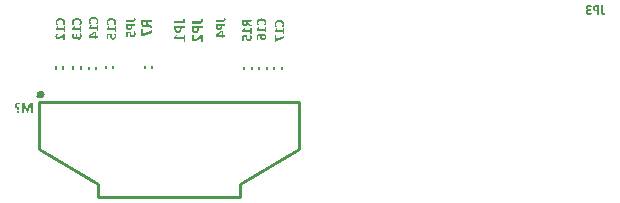
<source format=gbo>
G04 Layer_Color=32896*
%FSLAX25Y25*%
%MOIN*%
G70*
G01*
G75*
%ADD55C,0.01000*%
%ADD56C,0.02756*%
%ADD59C,0.00787*%
G36*
X90372Y48250D02*
X90395D01*
X90429Y48238D01*
X90440Y48232D01*
X90446D01*
X90469Y48215D01*
X90475Y48204D01*
X90480D01*
X90492Y48181D01*
X90509Y48153D01*
X90520Y48130D01*
X90526Y48118D01*
X90543Y48061D01*
X90560Y48004D01*
X90566Y47981D01*
X90572Y47964D01*
X90577Y47953D01*
Y47947D01*
X90595Y47867D01*
X90606Y47793D01*
X90612Y47764D01*
Y47741D01*
X90617Y47724D01*
Y47719D01*
X90629Y47622D01*
X90635Y47570D01*
Y47530D01*
X90640Y47490D01*
Y47462D01*
Y47444D01*
Y47439D01*
X90635Y47336D01*
X90629Y47245D01*
X90617Y47159D01*
X90606Y47085D01*
X90595Y47028D01*
X90583Y46982D01*
X90572Y46953D01*
Y46942D01*
X90543Y46862D01*
X90509Y46788D01*
X90475Y46725D01*
X90440Y46668D01*
X90412Y46622D01*
X90389Y46588D01*
X90372Y46565D01*
X90366Y46559D01*
X90315Y46502D01*
X90258Y46451D01*
X90201Y46411D01*
X90143Y46377D01*
X90098Y46348D01*
X90064Y46331D01*
X90041Y46320D01*
X90029Y46314D01*
X89955Y46285D01*
X89875Y46262D01*
X89801Y46245D01*
X89727Y46234D01*
X89670Y46228D01*
X89618Y46222D01*
X89578D01*
X89498Y46228D01*
X89424Y46234D01*
X89355Y46245D01*
X89298Y46257D01*
X89253Y46274D01*
X89218Y46285D01*
X89196Y46291D01*
X89190Y46297D01*
X89127Y46325D01*
X89070Y46354D01*
X89024Y46388D01*
X88984Y46422D01*
X88950Y46451D01*
X88927Y46474D01*
X88910Y46491D01*
X88904Y46497D01*
X88864Y46548D01*
X88830Y46605D01*
X88802Y46657D01*
X88773Y46714D01*
X88756Y46759D01*
X88744Y46793D01*
X88733Y46816D01*
Y46828D01*
X88710Y46902D01*
X88699Y46976D01*
X88687Y47056D01*
X88676Y47125D01*
Y47182D01*
X88670Y47233D01*
Y47262D01*
Y47267D01*
Y47273D01*
Y47342D01*
Y47393D01*
X88676Y47416D01*
Y47433D01*
Y47444D01*
Y47450D01*
Y47507D01*
X88682Y47559D01*
X88687Y47599D01*
Y47604D01*
Y47610D01*
X88019D01*
Y46514D01*
X88014Y46497D01*
X88008Y46479D01*
X87985Y46457D01*
X87968Y46445D01*
X87957Y46439D01*
X87928Y46428D01*
X87899Y46422D01*
X87831Y46417D01*
X87797Y46411D01*
X87700D01*
X87660Y46417D01*
X87637Y46422D01*
X87625D01*
X87591Y46428D01*
X87568Y46434D01*
X87551Y46439D01*
X87545D01*
X87511Y46462D01*
X87505Y46468D01*
X87500Y46474D01*
X87488Y46485D01*
X87483Y46502D01*
Y46508D01*
Y46514D01*
Y47981D01*
X87488Y48033D01*
X87505Y48073D01*
X87523Y48095D01*
X87528Y48101D01*
X87568Y48118D01*
X87614Y48130D01*
X87648Y48135D01*
X89013D01*
X89070Y48130D01*
X89110Y48118D01*
X89139Y48112D01*
X89144Y48107D01*
X89161Y48078D01*
X89173Y48050D01*
X89178Y48021D01*
Y48010D01*
X89173Y47930D01*
X89167Y47861D01*
Y47833D01*
X89161Y47810D01*
Y47798D01*
Y47793D01*
X89150Y47707D01*
X89144Y47622D01*
Y47593D01*
Y47564D01*
Y47547D01*
Y47541D01*
Y47479D01*
X89150Y47422D01*
X89156Y47370D01*
X89161Y47325D01*
X89167Y47290D01*
X89173Y47267D01*
X89178Y47250D01*
Y47245D01*
X89207Y47159D01*
X89218Y47125D01*
X89236Y47096D01*
X89247Y47073D01*
X89258Y47056D01*
X89264Y47050D01*
X89270Y47045D01*
X89321Y46993D01*
X89373Y46959D01*
X89390Y46948D01*
X89407Y46936D01*
X89418Y46931D01*
X89424D01*
X89492Y46908D01*
X89561Y46896D01*
X89590Y46891D01*
X89630D01*
X89721Y46896D01*
X89761Y46902D01*
X89795Y46913D01*
X89824Y46919D01*
X89846Y46931D01*
X89858Y46936D01*
X89864D01*
X89926Y46976D01*
X89972Y47016D01*
X90006Y47050D01*
X90012Y47056D01*
X90018Y47062D01*
X90058Y47125D01*
X90086Y47182D01*
X90098Y47210D01*
X90103Y47233D01*
X90109Y47245D01*
Y47250D01*
X90126Y47336D01*
X90132Y47422D01*
X90138Y47456D01*
Y47484D01*
Y47502D01*
Y47507D01*
Y47564D01*
X90132Y47616D01*
Y47662D01*
X90126Y47701D01*
X90121Y47736D01*
Y47758D01*
X90115Y47776D01*
Y47781D01*
X90092Y47861D01*
X90075Y47918D01*
X90064Y47941D01*
X90058Y47958D01*
X90052Y47970D01*
Y47976D01*
X90029Y48027D01*
X90006Y48073D01*
X89995Y48095D01*
X89989Y48107D01*
X89972Y48135D01*
X89966Y48158D01*
X89961Y48175D01*
Y48181D01*
Y48193D01*
X89966Y48204D01*
X89972Y48210D01*
X89978Y48215D01*
X89989Y48221D01*
X90001Y48232D01*
X90012Y48238D01*
X90018D01*
X90041Y48244D01*
X90064Y48250D01*
X90086Y48255D01*
X90349D01*
X90372Y48250D01*
D02*
G37*
G36*
X88265Y50613D02*
X88305D01*
X88333Y50608D01*
X88356Y50602D01*
X88368Y50591D01*
X88373D01*
X88385Y50574D01*
Y50551D01*
Y50539D01*
Y50534D01*
X88379Y50505D01*
X88368Y50476D01*
X88356Y50454D01*
X88350Y50442D01*
X88076Y49940D01*
X90098D01*
Y50522D01*
Y50539D01*
X90103Y50551D01*
X90109Y50556D01*
X90115Y50562D01*
X90126Y50574D01*
X90138Y50585D01*
X90149Y50591D01*
X90155D01*
X90178Y50596D01*
X90201Y50602D01*
X90223Y50608D01*
X90229D01*
X90269Y50613D01*
X90395D01*
X90429Y50608D01*
X90463D01*
X90492Y50602D01*
X90515Y50596D01*
X90532Y50591D01*
X90537D01*
X90560Y50568D01*
X90572Y50556D01*
X90583Y50534D01*
Y50522D01*
Y48809D01*
X90577Y48786D01*
X90572Y48775D01*
X90549Y48752D01*
X90543Y48746D01*
X90537D01*
X90515Y48735D01*
X90492Y48729D01*
X90469Y48724D01*
X90463D01*
X90423Y48718D01*
X90389Y48712D01*
X90298D01*
X90263Y48718D01*
X90235Y48724D01*
X90229D01*
X90201Y48729D01*
X90172Y48735D01*
X90161Y48741D01*
X90155D01*
X90138Y48752D01*
X90126Y48758D01*
X90115Y48763D01*
Y48769D01*
X90103Y48781D01*
X90098Y48798D01*
Y48803D01*
Y48809D01*
Y49312D01*
X87540D01*
X87511Y49317D01*
X87505Y49323D01*
X87494Y49334D01*
X87488Y49346D01*
X87483Y49357D01*
Y49363D01*
X87477Y49386D01*
X87471Y49414D01*
X87465Y49437D01*
Y49449D01*
X87460Y49494D01*
Y49546D01*
Y49580D01*
Y49591D01*
Y49597D01*
Y49648D01*
Y49683D01*
X87465Y49711D01*
Y49717D01*
Y49746D01*
Y49768D01*
X87471Y49786D01*
Y49791D01*
Y49826D01*
X87477Y49831D01*
Y49837D01*
X87488Y49860D01*
X87494Y49865D01*
X87922Y50534D01*
X87951Y50568D01*
X87957Y50574D01*
X87962Y50579D01*
X87974Y50591D01*
X87985Y50602D01*
X87997Y50608D01*
X88002D01*
X88048Y50619D01*
X88225D01*
X88265Y50613D01*
D02*
G37*
G36*
X27035Y53894D02*
X27161Y53883D01*
X27281Y53872D01*
X27378Y53854D01*
X27464Y53837D01*
X27498Y53831D01*
X27526Y53820D01*
X27549Y53814D01*
X27566D01*
X27572Y53809D01*
X27578D01*
X27681Y53769D01*
X27778Y53723D01*
X27858Y53677D01*
X27932Y53637D01*
X27989Y53597D01*
X28029Y53563D01*
X28052Y53540D01*
X28063Y53535D01*
X28132Y53460D01*
X28189Y53386D01*
X28240Y53318D01*
X28280Y53243D01*
X28314Y53186D01*
X28337Y53135D01*
X28349Y53106D01*
X28354Y53095D01*
X28389Y52998D01*
X28411Y52895D01*
X28429Y52798D01*
X28440Y52712D01*
X28446Y52632D01*
X28451Y52570D01*
Y52547D01*
Y52530D01*
Y52524D01*
Y52518D01*
X28446Y52404D01*
X28440Y52353D01*
X28434Y52307D01*
Y52267D01*
X28429Y52238D01*
X28423Y52221D01*
Y52215D01*
X28406Y52118D01*
X28394Y52073D01*
X28383Y52039D01*
X28371Y52004D01*
X28366Y51981D01*
X28360Y51970D01*
Y51964D01*
X28332Y51890D01*
X28303Y51833D01*
X28297Y51810D01*
X28286Y51793D01*
X28280Y51787D01*
Y51782D01*
X28251Y51736D01*
X28223Y51702D01*
X28212Y51684D01*
X28206Y51679D01*
X28189Y51662D01*
X28172Y51650D01*
X28166Y51639D01*
X28160D01*
X28126Y51627D01*
X28115Y51622D01*
X28109D01*
X28080Y51616D01*
X28057D01*
X28040Y51610D01*
X28035D01*
X28000Y51605D01*
X27829D01*
X27806Y51610D01*
X27795D01*
X27760Y51616D01*
X27738Y51622D01*
X27720Y51627D01*
X27715D01*
X27698Y51639D01*
X27686Y51645D01*
X27675Y51650D01*
Y51656D01*
X27663Y51679D01*
Y51684D01*
Y51690D01*
X27669Y51713D01*
X27681Y51742D01*
X27698Y51765D01*
X27703Y51776D01*
X27732Y51822D01*
X27766Y51873D01*
X27783Y51907D01*
X27795Y51919D01*
Y51924D01*
X27829Y51993D01*
X27852Y52061D01*
X27863Y52090D01*
X27875Y52113D01*
X27880Y52130D01*
Y52136D01*
X27898Y52233D01*
X27909Y52324D01*
X27915Y52364D01*
Y52393D01*
Y52415D01*
Y52421D01*
X27909Y52490D01*
X27903Y52552D01*
X27892Y52604D01*
X27880Y52655D01*
X27869Y52695D01*
X27863Y52724D01*
X27852Y52747D01*
Y52752D01*
X27823Y52804D01*
X27795Y52855D01*
X27766Y52901D01*
X27732Y52935D01*
X27709Y52969D01*
X27686Y52992D01*
X27669Y53004D01*
X27663Y53009D01*
X27612Y53044D01*
X27555Y53078D01*
X27503Y53106D01*
X27446Y53129D01*
X27401Y53146D01*
X27367Y53158D01*
X27344Y53169D01*
X27332D01*
X27252Y53186D01*
X27172Y53198D01*
X27092Y53209D01*
X27018Y53215D01*
X26955D01*
X26904Y53220D01*
X26767D01*
X26687Y53215D01*
X26607Y53203D01*
X26544Y53192D01*
X26487Y53186D01*
X26447Y53175D01*
X26424Y53169D01*
X26413D01*
X26339Y53146D01*
X26276Y53123D01*
X26219Y53095D01*
X26167Y53072D01*
X26127Y53049D01*
X26099Y53032D01*
X26082Y53021D01*
X26076Y53015D01*
X26025Y52975D01*
X25979Y52935D01*
X25945Y52889D01*
X25916Y52855D01*
X25888Y52821D01*
X25870Y52792D01*
X25865Y52775D01*
X25859Y52769D01*
X25831Y52712D01*
X25813Y52655D01*
X25796Y52598D01*
X25791Y52547D01*
X25785Y52501D01*
X25779Y52467D01*
Y52444D01*
Y52438D01*
Y52375D01*
X25785Y52324D01*
X25791Y52273D01*
X25802Y52233D01*
X25808Y52198D01*
X25819Y52176D01*
X25825Y52158D01*
Y52153D01*
X25853Y52067D01*
X25870Y52033D01*
X25888Y51999D01*
X25899Y51976D01*
X25905Y51959D01*
X25916Y51947D01*
Y51942D01*
X25950Y51884D01*
X25979Y51839D01*
X26002Y51810D01*
X26008Y51799D01*
X26030Y51759D01*
X26042Y51730D01*
X26048Y51713D01*
Y51707D01*
X26042Y51679D01*
X26036Y51667D01*
X26008Y51645D01*
X25996Y51639D01*
X25990D01*
X25967Y51633D01*
X25939Y51627D01*
X25916Y51622D01*
X25910D01*
X25870Y51616D01*
X25705D01*
X25682Y51622D01*
X25676D01*
X25642Y51627D01*
X25619D01*
X25602Y51633D01*
X25596D01*
X25574Y51639D01*
X25556Y51645D01*
X25545Y51650D01*
X25539D01*
X25522Y51662D01*
X25505Y51679D01*
X25494Y51690D01*
X25488Y51696D01*
X25459Y51730D01*
X25436Y51765D01*
X25414Y51799D01*
X25408Y51804D01*
Y51810D01*
X25374Y51873D01*
X25351Y51930D01*
X25339Y51959D01*
X25334Y51976D01*
X25328Y51987D01*
Y51993D01*
X25305Y52073D01*
X25288Y52141D01*
X25282Y52170D01*
X25277Y52193D01*
X25271Y52210D01*
Y52215D01*
X25260Y52307D01*
X25248Y52387D01*
Y52421D01*
Y52444D01*
Y52461D01*
Y52467D01*
X25254Y52581D01*
X25265Y52689D01*
X25282Y52786D01*
X25300Y52878D01*
X25322Y52946D01*
X25339Y53004D01*
X25351Y53038D01*
X25357Y53044D01*
Y53049D01*
X25402Y53146D01*
X25454Y53232D01*
X25505Y53306D01*
X25556Y53375D01*
X25602Y53432D01*
X25642Y53472D01*
X25665Y53495D01*
X25676Y53506D01*
X25756Y53575D01*
X25842Y53632D01*
X25928Y53683D01*
X26008Y53723D01*
X26082Y53757D01*
X26139Y53780D01*
X26162Y53786D01*
X26179Y53791D01*
X26184Y53797D01*
X26190D01*
X26310Y53831D01*
X26430Y53854D01*
X26550Y53877D01*
X26658Y53889D01*
X26750Y53894D01*
X26790D01*
X26824Y53900D01*
X26893D01*
X27035Y53894D01*
D02*
G37*
G36*
X28240Y48784D02*
X28280D01*
X28314Y48772D01*
X28337Y48761D01*
X28354Y48755D01*
X28360Y48750D01*
X28383Y48710D01*
X28394Y48693D01*
Y48687D01*
X28400Y48658D01*
Y48624D01*
Y48601D01*
Y48595D01*
Y46808D01*
X28394Y46780D01*
X28389Y46768D01*
X28377Y46751D01*
X28366Y46740D01*
X28354Y46734D01*
X28349D01*
X28320Y46728D01*
X28297Y46722D01*
X28274Y46717D01*
X28269D01*
X28229Y46711D01*
X28189Y46705D01*
X28103D01*
X28063Y46711D01*
X28040Y46717D01*
X28035D01*
X28000Y46722D01*
X27977Y46728D01*
X27960Y46734D01*
X27955Y46740D01*
X27920Y46762D01*
X27915Y46768D01*
X27909Y46774D01*
X27898Y46785D01*
X27892Y46802D01*
Y46808D01*
Y46814D01*
Y48041D01*
X27521Y47682D01*
X27424Y47585D01*
X27332Y47499D01*
X27252Y47425D01*
X27184Y47356D01*
X27127Y47311D01*
X27081Y47271D01*
X27058Y47248D01*
X27047Y47242D01*
X26972Y47185D01*
X26904Y47134D01*
X26841Y47088D01*
X26784Y47054D01*
X26738Y47025D01*
X26704Y47002D01*
X26681Y46991D01*
X26676Y46985D01*
X26613Y46951D01*
X26556Y46928D01*
X26499Y46905D01*
X26453Y46888D01*
X26413Y46877D01*
X26379Y46871D01*
X26362Y46865D01*
X26356D01*
X26247Y46842D01*
X26196Y46837D01*
X26150D01*
X26116Y46831D01*
X25996D01*
X25939Y46842D01*
X25882Y46848D01*
X25836Y46860D01*
X25796Y46871D01*
X25762Y46882D01*
X25745Y46888D01*
X25739Y46894D01*
X25682Y46917D01*
X25631Y46945D01*
X25591Y46974D01*
X25551Y47002D01*
X25517Y47031D01*
X25494Y47054D01*
X25482Y47065D01*
X25477Y47071D01*
X25436Y47117D01*
X25402Y47168D01*
X25351Y47265D01*
X25328Y47311D01*
X25317Y47345D01*
X25305Y47368D01*
Y47374D01*
X25282Y47442D01*
X25271Y47516D01*
X25260Y47585D01*
X25248Y47653D01*
Y47710D01*
X25242Y47756D01*
Y47785D01*
Y47796D01*
X25248Y47905D01*
X25254Y47956D01*
X25260Y48002D01*
X25265Y48041D01*
X25271Y48070D01*
X25277Y48087D01*
Y48093D01*
X25300Y48196D01*
X25311Y48241D01*
X25322Y48276D01*
X25334Y48310D01*
X25345Y48333D01*
X25351Y48350D01*
Y48356D01*
X25379Y48436D01*
X25408Y48493D01*
X25419Y48515D01*
X25431Y48533D01*
X25436Y48544D01*
Y48550D01*
X25465Y48601D01*
X25488Y48635D01*
X25505Y48658D01*
X25511Y48664D01*
X25528Y48681D01*
X25545Y48693D01*
X25556Y48704D01*
X25562D01*
X25591Y48715D01*
X25602Y48721D01*
X25608D01*
X25625Y48727D01*
X25648D01*
X25665Y48733D01*
X25819D01*
X25859Y48727D01*
X25899D01*
X25939Y48721D01*
X25967D01*
X25985Y48715D01*
X25990D01*
X26025Y48698D01*
X26030Y48693D01*
X26036D01*
X26048Y48664D01*
Y48658D01*
Y48652D01*
X26042Y48624D01*
X26030Y48595D01*
X26019Y48573D01*
X26013Y48567D01*
X25985Y48521D01*
X25962Y48476D01*
X25939Y48441D01*
X25933Y48436D01*
Y48430D01*
X25899Y48361D01*
X25876Y48298D01*
X25865Y48276D01*
X25859Y48253D01*
X25853Y48241D01*
Y48236D01*
X25831Y48144D01*
X25819Y48064D01*
X25813Y48030D01*
Y48002D01*
Y47984D01*
Y47979D01*
X25819Y47910D01*
X25831Y47859D01*
X25836Y47836D01*
X25842Y47819D01*
X25848Y47813D01*
Y47807D01*
X25870Y47756D01*
X25899Y47716D01*
X25916Y47693D01*
X25928Y47682D01*
X25967Y47648D01*
X26008Y47625D01*
X26042Y47613D01*
X26048Y47608D01*
X26053D01*
X26105Y47590D01*
X26150Y47585D01*
X26190Y47579D01*
X26202D01*
X26265Y47585D01*
X26327Y47590D01*
X26350Y47596D01*
X26367D01*
X26379Y47602D01*
X26384D01*
X26453Y47625D01*
X26521Y47648D01*
X26550Y47665D01*
X26573Y47670D01*
X26584Y47682D01*
X26590D01*
X26676Y47728D01*
X26761Y47779D01*
X26796Y47802D01*
X26824Y47819D01*
X26841Y47830D01*
X26847Y47836D01*
X26898Y47876D01*
X26950Y47916D01*
X27001Y47962D01*
X27047Y48002D01*
X27092Y48036D01*
X27121Y48064D01*
X27144Y48087D01*
X27150Y48093D01*
X27726Y48630D01*
X27760Y48664D01*
X27795Y48687D01*
X27818Y48704D01*
X27823Y48710D01*
X27852Y48727D01*
X27880Y48744D01*
X27903Y48755D01*
X27909Y48761D01*
X27943Y48772D01*
X27972Y48778D01*
X27995Y48784D01*
X28006D01*
X28052Y48790D01*
X28194D01*
X28240Y48784D01*
D02*
G37*
G36*
X26082Y51131D02*
X26122D01*
X26150Y51125D01*
X26173Y51119D01*
X26184Y51108D01*
X26190D01*
X26202Y51091D01*
Y51068D01*
Y51056D01*
Y51051D01*
X26196Y51022D01*
X26184Y50994D01*
X26173Y50971D01*
X26167Y50959D01*
X25893Y50457D01*
X27915D01*
Y51039D01*
Y51056D01*
X27920Y51068D01*
X27926Y51074D01*
X27932Y51079D01*
X27943Y51091D01*
X27955Y51102D01*
X27966Y51108D01*
X27972D01*
X27995Y51113D01*
X28017Y51119D01*
X28040Y51125D01*
X28046D01*
X28086Y51131D01*
X28212D01*
X28246Y51125D01*
X28280D01*
X28309Y51119D01*
X28332Y51113D01*
X28349Y51108D01*
X28354D01*
X28377Y51085D01*
X28389Y51074D01*
X28400Y51051D01*
Y51039D01*
Y49326D01*
X28394Y49303D01*
X28389Y49292D01*
X28366Y49269D01*
X28360Y49264D01*
X28354D01*
X28332Y49252D01*
X28309Y49246D01*
X28286Y49241D01*
X28280D01*
X28240Y49235D01*
X28206Y49229D01*
X28115D01*
X28080Y49235D01*
X28052Y49241D01*
X28046D01*
X28017Y49246D01*
X27989Y49252D01*
X27977Y49258D01*
X27972D01*
X27955Y49269D01*
X27943Y49275D01*
X27932Y49281D01*
Y49286D01*
X27920Y49298D01*
X27915Y49315D01*
Y49321D01*
Y49326D01*
Y49829D01*
X25357D01*
X25328Y49834D01*
X25322Y49840D01*
X25311Y49852D01*
X25305Y49863D01*
X25300Y49874D01*
Y49880D01*
X25294Y49903D01*
X25288Y49931D01*
X25282Y49954D01*
Y49966D01*
X25277Y50011D01*
Y50063D01*
Y50097D01*
Y50109D01*
Y50114D01*
Y50166D01*
Y50200D01*
X25282Y50229D01*
Y50234D01*
Y50263D01*
Y50286D01*
X25288Y50303D01*
Y50308D01*
Y50343D01*
X25294Y50348D01*
Y50354D01*
X25305Y50377D01*
X25311Y50383D01*
X25739Y51051D01*
X25768Y51085D01*
X25773Y51091D01*
X25779Y51096D01*
X25791Y51108D01*
X25802Y51119D01*
X25813Y51125D01*
X25819D01*
X25865Y51136D01*
X26042D01*
X26082Y51131D01*
D02*
G37*
G36*
X17540Y25489D02*
X17592Y25466D01*
X17626Y25443D01*
X17631Y25438D01*
X17637Y25432D01*
X17660Y25403D01*
X17671Y25375D01*
X17694Y25312D01*
Y25289D01*
X17700Y25266D01*
Y25249D01*
Y25244D01*
Y22480D01*
X17694Y22451D01*
X17689Y22440D01*
Y22434D01*
X17677Y22423D01*
X17660Y22411D01*
X17649Y22406D01*
X17643D01*
X17614Y22400D01*
X17586D01*
X17563Y22394D01*
X17551D01*
X17500Y22389D01*
X17455Y22383D01*
X17346D01*
X17300Y22389D01*
X17272Y22394D01*
X17260D01*
X17220Y22400D01*
X17192D01*
X17175Y22406D01*
X17169D01*
X17146Y22417D01*
X17129Y22423D01*
X17118Y22434D01*
X17106Y22451D01*
X17100Y22468D01*
Y22474D01*
Y22480D01*
Y25010D01*
X16232Y22486D01*
X16227Y22468D01*
X16215Y22451D01*
X16210Y22440D01*
X16204Y22434D01*
X16164Y22411D01*
X16153Y22406D01*
X16147D01*
X16113Y22400D01*
X16084D01*
X16061Y22394D01*
X16050D01*
X16004Y22389D01*
X15958Y22383D01*
X15856D01*
X15816Y22389D01*
X15776D01*
X15736Y22394D01*
X15701D01*
X15684Y22400D01*
X15679D01*
X15650Y22411D01*
X15633Y22417D01*
X15627Y22429D01*
X15622D01*
X15593Y22468D01*
X15587Y22480D01*
Y22486D01*
X14691Y25010D01*
X14685D01*
Y22480D01*
X14679Y22451D01*
X14674Y22440D01*
Y22434D01*
X14645Y22411D01*
X14634Y22406D01*
X14628D01*
X14600Y22400D01*
X14571D01*
X14548Y22394D01*
X14537D01*
X14485Y22389D01*
X14440Y22383D01*
X14331D01*
X14285Y22389D01*
X14257Y22394D01*
X14245D01*
X14206Y22400D01*
X14171D01*
X14154Y22406D01*
X14148D01*
X14126Y22417D01*
X14114Y22423D01*
X14103Y22434D01*
X14091Y22451D01*
X14086Y22468D01*
Y22474D01*
Y22480D01*
Y25244D01*
Y25289D01*
X14091Y25324D01*
X14097Y25346D01*
X14103Y25352D01*
X14114Y25386D01*
X14131Y25409D01*
X14143Y25426D01*
X14148Y25432D01*
X14171Y25455D01*
X14200Y25472D01*
X14217Y25478D01*
X14228Y25483D01*
X14263Y25495D01*
X14297Y25501D01*
X14765D01*
X14828Y25495D01*
X14874Y25489D01*
X14908Y25483D01*
X14913Y25478D01*
X14919D01*
X14965Y25461D01*
X15005Y25438D01*
X15028Y25421D01*
X15039Y25415D01*
X15073Y25381D01*
X15096Y25346D01*
X15119Y25318D01*
X15125Y25312D01*
Y25306D01*
X15148Y25249D01*
X15170Y25198D01*
X15182Y25169D01*
X15188Y25152D01*
X15193Y25141D01*
Y25135D01*
X15884Y23291D01*
X15890D01*
X16564Y25141D01*
X16587Y25209D01*
X16609Y25266D01*
X16626Y25301D01*
X16632Y25306D01*
Y25312D01*
X16661Y25358D01*
X16689Y25392D01*
X16712Y25415D01*
X16724Y25421D01*
X16769Y25449D01*
X16815Y25466D01*
X16849Y25472D01*
X16855Y25478D01*
X16861D01*
X16923Y25489D01*
X16986Y25501D01*
X17506D01*
X17540Y25489D01*
D02*
G37*
G36*
X12824Y25712D02*
X12864D01*
X12898Y25706D01*
X12926Y25700D01*
X12949D01*
X12966Y25695D01*
X12972D01*
X13052Y25683D01*
X13121Y25666D01*
X13149Y25660D01*
X13166Y25655D01*
X13178Y25649D01*
X13183D01*
X13246Y25626D01*
X13298Y25609D01*
X13332Y25592D01*
X13338Y25586D01*
X13343D01*
X13389Y25563D01*
X13412Y25546D01*
X13429Y25535D01*
X13435Y25529D01*
X13446Y25512D01*
X13457Y25489D01*
X13463Y25472D01*
Y25466D01*
X13469Y25432D01*
Y25392D01*
Y25358D01*
Y25352D01*
Y25346D01*
Y25289D01*
X13463Y25249D01*
Y25221D01*
Y25209D01*
X13457Y25175D01*
Y25152D01*
X13452Y25135D01*
Y25129D01*
X13440Y25112D01*
X13435Y25101D01*
X13429Y25089D01*
X13406Y25084D01*
X13395D01*
X13372Y25089D01*
X13349Y25095D01*
X13332Y25101D01*
X13326Y25106D01*
X13292Y25124D01*
X13252Y25141D01*
X13229Y25152D01*
X13218Y25158D01*
X13166Y25181D01*
X13109Y25192D01*
X13092Y25204D01*
X13075D01*
X13063Y25209D01*
X13058D01*
X12983Y25226D01*
X12915Y25232D01*
X12887Y25238D01*
X12841D01*
X12749Y25232D01*
X12709Y25226D01*
X12675Y25221D01*
X12652Y25209D01*
X12630Y25204D01*
X12618Y25198D01*
X12612D01*
X12544Y25164D01*
X12493Y25129D01*
X12458Y25101D01*
X12447Y25095D01*
Y25089D01*
X12401Y25032D01*
X12367Y24981D01*
X12355Y24958D01*
X12350Y24941D01*
X12344Y24929D01*
Y24924D01*
X12321Y24850D01*
X12315Y24781D01*
X12310Y24753D01*
Y24730D01*
Y24718D01*
Y24712D01*
X12315Y24638D01*
X12321Y24576D01*
X12327Y24553D01*
X12333Y24535D01*
X12338Y24524D01*
Y24518D01*
X12367Y24456D01*
X12395Y24404D01*
X12418Y24370D01*
X12424Y24364D01*
X12430Y24359D01*
X12475Y24319D01*
X12527Y24284D01*
X12561Y24261D01*
X12572Y24256D01*
X12578D01*
X12652Y24233D01*
X12721Y24221D01*
X12749Y24216D01*
X12864D01*
X12892Y24210D01*
X12915Y24204D01*
X12921D01*
X12949Y24193D01*
X12972Y24182D01*
X12983Y24170D01*
X12989Y24164D01*
X13006Y24142D01*
X13012Y24113D01*
X13024Y24096D01*
Y24084D01*
Y24045D01*
Y24010D01*
Y23976D01*
Y23970D01*
Y23965D01*
X13006Y23399D01*
X12995Y23365D01*
X12989Y23359D01*
Y23354D01*
X12961Y23331D01*
X12949Y23325D01*
X12944D01*
X12915Y23319D01*
X12887D01*
X12864Y23314D01*
X12675D01*
X12641Y23319D01*
X12607D01*
X12578Y23325D01*
X12561D01*
X12544Y23331D01*
X12532D01*
X12510Y23342D01*
X12493Y23354D01*
X12470Y23376D01*
X12464Y23393D01*
Y23399D01*
X12441Y23867D01*
X12321Y23890D01*
X12270Y23902D01*
X12224Y23919D01*
X12184Y23930D01*
X12156Y23942D01*
X12139Y23953D01*
X12133D01*
X12036Y24010D01*
X11990Y24039D01*
X11956Y24073D01*
X11927Y24096D01*
X11904Y24119D01*
X11893Y24130D01*
X11887Y24136D01*
X11819Y24227D01*
X11767Y24319D01*
X11750Y24353D01*
X11739Y24381D01*
X11727Y24404D01*
Y24410D01*
X11693Y24535D01*
X11682Y24593D01*
X11676Y24650D01*
X11670Y24695D01*
Y24730D01*
Y24758D01*
Y24764D01*
Y24833D01*
X11682Y24901D01*
X11687Y24958D01*
X11699Y25015D01*
X11710Y25061D01*
X11722Y25095D01*
X11727Y25118D01*
X11733Y25124D01*
X11756Y25186D01*
X11784Y25244D01*
X11819Y25295D01*
X11847Y25341D01*
X11876Y25375D01*
X11899Y25403D01*
X11916Y25421D01*
X11921Y25426D01*
X11973Y25472D01*
X12024Y25518D01*
X12081Y25552D01*
X12133Y25580D01*
X12178Y25603D01*
X12218Y25620D01*
X12241Y25632D01*
X12253Y25638D01*
X12333Y25666D01*
X12412Y25683D01*
X12493Y25700D01*
X12567Y25706D01*
X12635Y25712D01*
X12687Y25717D01*
X12732D01*
X12824Y25712D01*
D02*
G37*
G36*
X12789Y23068D02*
X12841Y23062D01*
X12875Y23057D01*
X12881Y23051D01*
X12887D01*
X12926Y23034D01*
X12961Y23011D01*
X12983Y22994D01*
X12989Y22988D01*
X13012Y22954D01*
X13035Y22920D01*
X13041Y22891D01*
X13046Y22885D01*
Y22880D01*
X13052Y22828D01*
X13058Y22771D01*
Y22748D01*
Y22731D01*
Y22720D01*
Y22714D01*
Y22646D01*
X13052Y22594D01*
X13046Y22560D01*
Y22554D01*
Y22548D01*
X13029Y22503D01*
X13012Y22468D01*
X12995Y22446D01*
X12989Y22440D01*
X12955Y22417D01*
X12921Y22394D01*
X12898Y22389D01*
X12887Y22383D01*
X12829Y22371D01*
X12778Y22366D01*
X12721D01*
X12652Y22371D01*
X12607Y22377D01*
X12572Y22383D01*
X12561D01*
X12515Y22400D01*
X12481Y22417D01*
X12458Y22434D01*
X12453Y22440D01*
X12424Y22474D01*
X12407Y22509D01*
X12401Y22537D01*
X12395Y22548D01*
X12384Y22606D01*
X12378Y22657D01*
Y22680D01*
Y22697D01*
Y22708D01*
Y22714D01*
Y22783D01*
X12384Y22834D01*
X12390Y22868D01*
X12395Y22880D01*
X12412Y22925D01*
X12430Y22960D01*
X12447Y22982D01*
X12453Y22988D01*
X12487Y23017D01*
X12521Y23040D01*
X12550Y23045D01*
X12555Y23051D01*
X12561D01*
X12612Y23062D01*
X12664Y23074D01*
X12721D01*
X12789Y23068D01*
D02*
G37*
G36*
X90532Y53394D02*
X90543Y53389D01*
X90549D01*
X90560Y53372D01*
X90572Y53354D01*
X90577Y53343D01*
Y53337D01*
X90583Y53309D01*
Y53280D01*
X90589Y53257D01*
Y53246D01*
X90595Y53194D01*
X90600Y53143D01*
Y53126D01*
Y53109D01*
Y53097D01*
Y53092D01*
Y53029D01*
X90595Y52978D01*
X90589Y52949D01*
Y52938D01*
X90583Y52898D01*
Y52863D01*
X90577Y52846D01*
Y52840D01*
X90566Y52818D01*
X90560Y52801D01*
X90549Y52795D01*
Y52789D01*
X90532Y52778D01*
X90515Y52772D01*
X89321D01*
Y52578D01*
X89327Y52509D01*
X89338Y52452D01*
X89344Y52429D01*
X89350Y52412D01*
X89355Y52407D01*
Y52401D01*
X89384Y52344D01*
X89412Y52304D01*
X89435Y52275D01*
X89441Y52264D01*
X89447D01*
X89498Y52224D01*
X89550Y52189D01*
X89567Y52178D01*
X89584Y52167D01*
X89595Y52161D01*
X89601D01*
X89670Y52121D01*
X89738Y52092D01*
X89767Y52075D01*
X89789Y52070D01*
X89801Y52058D01*
X89806D01*
X90497Y51778D01*
X90532Y51767D01*
X90543Y51761D01*
X90549D01*
X90560Y51744D01*
X90572Y51727D01*
X90577Y51715D01*
Y51710D01*
X90583Y51681D01*
X90589Y51653D01*
X90595Y51630D01*
Y51618D01*
X90600Y51567D01*
Y51510D01*
Y51487D01*
Y51470D01*
Y51459D01*
Y51453D01*
Y51373D01*
X90595Y51316D01*
Y51293D01*
Y51276D01*
Y51270D01*
Y51265D01*
X90589Y51219D01*
Y51184D01*
X90583Y51162D01*
Y51156D01*
X90572Y51133D01*
X90566Y51122D01*
X90554Y51110D01*
X90520Y51099D01*
X90492D01*
X90469Y51105D01*
X90452Y51110D01*
X90446Y51116D01*
X90406Y51127D01*
X90360Y51144D01*
X90326Y51156D01*
X90315Y51162D01*
X90309D01*
X89698Y51424D01*
X89624Y51459D01*
X89561Y51487D01*
X89538Y51504D01*
X89521Y51510D01*
X89510Y51521D01*
X89504D01*
X89441Y51556D01*
X89390Y51584D01*
X89355Y51607D01*
X89350Y51618D01*
X89344D01*
X89298Y51658D01*
X89258Y51693D01*
X89236Y51721D01*
X89230Y51727D01*
Y51733D01*
X89196Y51778D01*
X89173Y51824D01*
X89156Y51853D01*
X89150Y51858D01*
Y51864D01*
X89110Y51761D01*
X89093Y51721D01*
X89070Y51681D01*
X89059Y51653D01*
X89041Y51624D01*
X89036Y51613D01*
X89030Y51607D01*
X88973Y51527D01*
X88916Y51470D01*
X88887Y51447D01*
X88870Y51430D01*
X88859Y51424D01*
X88853Y51419D01*
X88773Y51367D01*
X88699Y51327D01*
X88670Y51316D01*
X88647Y51304D01*
X88630Y51299D01*
X88625D01*
X88522Y51276D01*
X88476Y51270D01*
X88430Y51265D01*
X88396Y51259D01*
X88270D01*
X88208Y51270D01*
X88151Y51276D01*
X88105Y51287D01*
X88065Y51299D01*
X88031Y51304D01*
X88014Y51316D01*
X88008D01*
X87911Y51367D01*
X87865Y51390D01*
X87831Y51419D01*
X87802Y51442D01*
X87779Y51459D01*
X87768Y51470D01*
X87762Y51476D01*
X87694Y51561D01*
X87642Y51641D01*
X87620Y51676D01*
X87608Y51704D01*
X87597Y51727D01*
Y51733D01*
X87551Y51847D01*
X87534Y51904D01*
X87523Y51955D01*
X87511Y52001D01*
X87505Y52035D01*
X87500Y52058D01*
Y52070D01*
X87494Y52121D01*
Y52167D01*
X87488Y52201D01*
Y52207D01*
Y52212D01*
X87483Y52275D01*
Y52344D01*
Y52372D01*
Y52389D01*
Y52407D01*
Y52412D01*
Y53217D01*
X87488Y53269D01*
X87505Y53314D01*
X87528Y53337D01*
X87534Y53349D01*
X87574Y53377D01*
X87625Y53394D01*
X87648D01*
X87665Y53400D01*
X90503D01*
X90532Y53394D01*
D02*
G37*
G36*
X94224Y48695D02*
X94338D01*
X94378Y48690D01*
X94412D01*
X94481Y48684D01*
X94550Y48672D01*
X94612Y48661D01*
X94664Y48650D01*
X94709Y48644D01*
X94744Y48632D01*
X94766Y48627D01*
X94772D01*
X94886Y48587D01*
X94938Y48570D01*
X94984Y48547D01*
X95018Y48535D01*
X95046Y48518D01*
X95064Y48513D01*
X95069Y48507D01*
X95161Y48444D01*
X95195Y48415D01*
X95229Y48387D01*
X95258Y48358D01*
X95275Y48335D01*
X95286Y48324D01*
X95292Y48318D01*
X95349Y48221D01*
X95395Y48136D01*
X95412Y48096D01*
X95417Y48067D01*
X95429Y48044D01*
Y48039D01*
X95457Y47907D01*
X95469Y47844D01*
X95475Y47787D01*
Y47736D01*
X95480Y47696D01*
Y47673D01*
Y47662D01*
X95475Y47565D01*
X95469Y47473D01*
X95457Y47393D01*
X95440Y47325D01*
X95423Y47268D01*
X95412Y47222D01*
X95406Y47199D01*
X95400Y47188D01*
X95366Y47114D01*
X95332Y47045D01*
X95292Y46988D01*
X95258Y46937D01*
X95229Y46897D01*
X95201Y46868D01*
X95183Y46851D01*
X95178Y46845D01*
X95121Y46794D01*
X95058Y46754D01*
X95001Y46720D01*
X94949Y46685D01*
X94898Y46663D01*
X94864Y46645D01*
X94841Y46640D01*
X94829Y46634D01*
X94755Y46611D01*
X94675Y46588D01*
X94601Y46577D01*
X94532Y46571D01*
X94475Y46565D01*
X94430Y46560D01*
X94315D01*
X94241Y46565D01*
X94178Y46577D01*
X94121Y46583D01*
X94076Y46594D01*
X94041Y46605D01*
X94019Y46611D01*
X94013D01*
X93950Y46634D01*
X93893Y46657D01*
X93847Y46685D01*
X93801Y46708D01*
X93767Y46731D01*
X93744Y46754D01*
X93727Y46765D01*
X93722Y46771D01*
X93682Y46817D01*
X93642Y46862D01*
X93585Y46954D01*
X93567Y46988D01*
X93550Y47022D01*
X93539Y47045D01*
Y47051D01*
X93516Y47114D01*
X93499Y47182D01*
X93488Y47251D01*
X93476Y47313D01*
Y47365D01*
X93470Y47411D01*
Y47439D01*
Y47451D01*
Y47525D01*
X93476Y47587D01*
X93482Y47616D01*
Y47633D01*
X93488Y47645D01*
Y47650D01*
X93499Y47713D01*
X93516Y47770D01*
X93522Y47793D01*
Y47810D01*
X93528Y47816D01*
Y47822D01*
X93545Y47879D01*
X93562Y47924D01*
X93579Y47959D01*
X93585Y47964D01*
Y47970D01*
X93607Y48016D01*
X93630Y48056D01*
X93647Y48084D01*
X93653Y48096D01*
X93522Y48084D01*
X93465Y48079D01*
X93408Y48073D01*
X93368Y48067D01*
X93333Y48061D01*
X93310Y48056D01*
X93305D01*
X93242Y48039D01*
X93191Y48022D01*
X93139Y47999D01*
X93099Y47976D01*
X93065Y47959D01*
X93042Y47941D01*
X93025Y47936D01*
X93019Y47930D01*
X92934Y47862D01*
X92899Y47822D01*
X92871Y47787D01*
X92848Y47759D01*
X92831Y47736D01*
X92825Y47719D01*
X92819Y47713D01*
X92797Y47662D01*
X92774Y47605D01*
X92762Y47548D01*
X92757Y47496D01*
X92751Y47451D01*
X92745Y47416D01*
Y47388D01*
Y47382D01*
Y47302D01*
X92751Y47239D01*
X92757Y47216D01*
Y47199D01*
X92762Y47188D01*
Y47182D01*
X92774Y47119D01*
X92785Y47068D01*
X92791Y47039D01*
X92797Y47028D01*
X92808Y46982D01*
X92819Y46942D01*
X92825Y46920D01*
X92831Y46914D01*
X92842Y46885D01*
X92848Y46857D01*
Y46845D01*
Y46839D01*
X92842Y46811D01*
X92837Y46799D01*
X92825Y46788D01*
X92814Y46782D01*
X92802Y46777D01*
X92797D01*
X92774Y46771D01*
X92751Y46765D01*
X92728Y46760D01*
X92722D01*
X92682Y46754D01*
X92540D01*
X92523Y46760D01*
X92477D01*
X92465Y46765D01*
X92460D01*
X92431Y46777D01*
X92420Y46782D01*
X92391Y46799D01*
X92386Y46805D01*
Y46811D01*
X92374Y46828D01*
X92357Y46857D01*
X92351Y46874D01*
X92345Y46885D01*
X92328Y46925D01*
X92317Y46971D01*
X92305Y47005D01*
Y47011D01*
Y47017D01*
X92294Y47079D01*
X92283Y47136D01*
Y47159D01*
X92277Y47176D01*
Y47188D01*
Y47194D01*
X92271Y47262D01*
X92266Y47319D01*
Y47342D01*
Y47359D01*
Y47370D01*
Y47376D01*
X92271Y47479D01*
X92277Y47576D01*
X92288Y47656D01*
X92305Y47730D01*
X92323Y47793D01*
X92334Y47833D01*
X92340Y47862D01*
X92345Y47873D01*
X92374Y47947D01*
X92408Y48016D01*
X92443Y48079D01*
X92477Y48130D01*
X92505Y48176D01*
X92528Y48204D01*
X92545Y48227D01*
X92551Y48233D01*
X92654Y48330D01*
X92705Y48370D01*
X92757Y48404D01*
X92797Y48433D01*
X92831Y48455D01*
X92854Y48467D01*
X92859Y48473D01*
X92991Y48535D01*
X93048Y48558D01*
X93105Y48575D01*
X93156Y48592D01*
X93191Y48604D01*
X93213Y48615D01*
X93225D01*
X93368Y48650D01*
X93430Y48661D01*
X93488Y48667D01*
X93539Y48678D01*
X93579D01*
X93602Y48684D01*
X93613D01*
X93756Y48695D01*
X93824D01*
X93881Y48701D01*
X94150D01*
X94224Y48695D01*
D02*
G37*
G36*
X32535Y53894D02*
X32661Y53883D01*
X32781Y53872D01*
X32878Y53854D01*
X32964Y53837D01*
X32998Y53831D01*
X33026Y53820D01*
X33049Y53814D01*
X33066D01*
X33072Y53809D01*
X33078D01*
X33180Y53769D01*
X33278Y53723D01*
X33358Y53677D01*
X33432Y53637D01*
X33489Y53597D01*
X33529Y53563D01*
X33552Y53540D01*
X33563Y53535D01*
X33632Y53460D01*
X33689Y53386D01*
X33740Y53318D01*
X33780Y53243D01*
X33814Y53186D01*
X33837Y53135D01*
X33849Y53106D01*
X33854Y53095D01*
X33889Y52998D01*
X33911Y52895D01*
X33929Y52798D01*
X33940Y52712D01*
X33946Y52632D01*
X33951Y52570D01*
Y52547D01*
Y52530D01*
Y52524D01*
Y52518D01*
X33946Y52404D01*
X33940Y52353D01*
X33934Y52307D01*
Y52267D01*
X33929Y52238D01*
X33923Y52221D01*
Y52215D01*
X33906Y52118D01*
X33894Y52073D01*
X33883Y52039D01*
X33871Y52004D01*
X33866Y51981D01*
X33860Y51970D01*
Y51964D01*
X33832Y51890D01*
X33803Y51833D01*
X33797Y51810D01*
X33786Y51793D01*
X33780Y51787D01*
Y51782D01*
X33751Y51736D01*
X33723Y51702D01*
X33712Y51684D01*
X33706Y51679D01*
X33689Y51662D01*
X33672Y51650D01*
X33666Y51639D01*
X33660D01*
X33626Y51627D01*
X33615Y51622D01*
X33609D01*
X33580Y51616D01*
X33557D01*
X33540Y51610D01*
X33535D01*
X33500Y51605D01*
X33329D01*
X33306Y51610D01*
X33295D01*
X33261Y51616D01*
X33238Y51622D01*
X33220Y51627D01*
X33215D01*
X33198Y51639D01*
X33186Y51645D01*
X33175Y51650D01*
Y51656D01*
X33163Y51679D01*
Y51684D01*
Y51690D01*
X33169Y51713D01*
X33180Y51742D01*
X33198Y51765D01*
X33203Y51776D01*
X33232Y51822D01*
X33266Y51873D01*
X33283Y51907D01*
X33295Y51919D01*
Y51924D01*
X33329Y51993D01*
X33352Y52061D01*
X33363Y52090D01*
X33375Y52113D01*
X33380Y52130D01*
Y52136D01*
X33397Y52233D01*
X33409Y52324D01*
X33415Y52364D01*
Y52393D01*
Y52415D01*
Y52421D01*
X33409Y52490D01*
X33403Y52552D01*
X33392Y52604D01*
X33380Y52655D01*
X33369Y52695D01*
X33363Y52724D01*
X33352Y52747D01*
Y52752D01*
X33323Y52804D01*
X33295Y52855D01*
X33266Y52901D01*
X33232Y52935D01*
X33209Y52969D01*
X33186Y52992D01*
X33169Y53004D01*
X33163Y53009D01*
X33112Y53044D01*
X33055Y53078D01*
X33004Y53106D01*
X32946Y53129D01*
X32901Y53146D01*
X32866Y53158D01*
X32844Y53169D01*
X32832D01*
X32752Y53186D01*
X32672Y53198D01*
X32592Y53209D01*
X32518Y53215D01*
X32455D01*
X32404Y53220D01*
X32267D01*
X32187Y53215D01*
X32107Y53203D01*
X32044Y53192D01*
X31987Y53186D01*
X31947Y53175D01*
X31924Y53169D01*
X31913D01*
X31839Y53146D01*
X31776Y53123D01*
X31719Y53095D01*
X31667Y53072D01*
X31627Y53049D01*
X31599Y53032D01*
X31582Y53021D01*
X31576Y53015D01*
X31525Y52975D01*
X31479Y52935D01*
X31445Y52889D01*
X31416Y52855D01*
X31388Y52821D01*
X31370Y52792D01*
X31365Y52775D01*
X31359Y52769D01*
X31330Y52712D01*
X31313Y52655D01*
X31296Y52598D01*
X31291Y52547D01*
X31285Y52501D01*
X31279Y52467D01*
Y52444D01*
Y52438D01*
Y52375D01*
X31285Y52324D01*
X31291Y52273D01*
X31302Y52233D01*
X31308Y52198D01*
X31319Y52176D01*
X31325Y52158D01*
Y52153D01*
X31353Y52067D01*
X31370Y52033D01*
X31388Y51999D01*
X31399Y51976D01*
X31405Y51959D01*
X31416Y51947D01*
Y51942D01*
X31450Y51884D01*
X31479Y51839D01*
X31502Y51810D01*
X31508Y51799D01*
X31530Y51759D01*
X31542Y51730D01*
X31547Y51713D01*
Y51707D01*
X31542Y51679D01*
X31536Y51667D01*
X31508Y51645D01*
X31496Y51639D01*
X31490D01*
X31468Y51633D01*
X31439Y51627D01*
X31416Y51622D01*
X31410D01*
X31370Y51616D01*
X31205D01*
X31182Y51622D01*
X31176D01*
X31142Y51627D01*
X31119D01*
X31102Y51633D01*
X31096D01*
X31074Y51639D01*
X31056Y51645D01*
X31045Y51650D01*
X31039D01*
X31022Y51662D01*
X31005Y51679D01*
X30994Y51690D01*
X30988Y51696D01*
X30959Y51730D01*
X30937Y51765D01*
X30914Y51799D01*
X30908Y51804D01*
Y51810D01*
X30874Y51873D01*
X30851Y51930D01*
X30839Y51959D01*
X30834Y51976D01*
X30828Y51987D01*
Y51993D01*
X30805Y52073D01*
X30788Y52141D01*
X30782Y52170D01*
X30777Y52193D01*
X30771Y52210D01*
Y52215D01*
X30760Y52307D01*
X30748Y52387D01*
Y52421D01*
Y52444D01*
Y52461D01*
Y52467D01*
X30754Y52581D01*
X30765Y52689D01*
X30782Y52786D01*
X30799Y52878D01*
X30822Y52946D01*
X30839Y53004D01*
X30851Y53038D01*
X30857Y53044D01*
Y53049D01*
X30902Y53146D01*
X30954Y53232D01*
X31005Y53306D01*
X31056Y53375D01*
X31102Y53432D01*
X31142Y53472D01*
X31165Y53495D01*
X31176Y53506D01*
X31256Y53575D01*
X31342Y53632D01*
X31428Y53683D01*
X31508Y53723D01*
X31582Y53757D01*
X31639Y53780D01*
X31662Y53786D01*
X31679Y53791D01*
X31684Y53797D01*
X31690D01*
X31810Y53831D01*
X31930Y53854D01*
X32050Y53877D01*
X32158Y53889D01*
X32250Y53894D01*
X32290D01*
X32324Y53900D01*
X32393D01*
X32535Y53894D01*
D02*
G37*
G36*
X43082Y51131D02*
X43122D01*
X43150Y51125D01*
X43173Y51119D01*
X43185Y51108D01*
X43190D01*
X43202Y51091D01*
Y51068D01*
Y51056D01*
Y51051D01*
X43196Y51022D01*
X43185Y50994D01*
X43173Y50971D01*
X43167Y50959D01*
X42893Y50457D01*
X44915D01*
Y51039D01*
Y51056D01*
X44920Y51068D01*
X44926Y51074D01*
X44932Y51079D01*
X44943Y51091D01*
X44955Y51102D01*
X44966Y51108D01*
X44972D01*
X44995Y51113D01*
X45017Y51119D01*
X45040Y51125D01*
X45046D01*
X45086Y51131D01*
X45212D01*
X45246Y51125D01*
X45280D01*
X45309Y51119D01*
X45331Y51113D01*
X45349Y51108D01*
X45354D01*
X45377Y51085D01*
X45389Y51074D01*
X45400Y51051D01*
Y51039D01*
Y49326D01*
X45394Y49303D01*
X45389Y49292D01*
X45366Y49269D01*
X45360Y49264D01*
X45354D01*
X45331Y49252D01*
X45309Y49246D01*
X45286Y49241D01*
X45280D01*
X45240Y49235D01*
X45206Y49229D01*
X45114D01*
X45080Y49235D01*
X45052Y49241D01*
X45046D01*
X45017Y49246D01*
X44989Y49252D01*
X44978Y49258D01*
X44972D01*
X44955Y49269D01*
X44943Y49275D01*
X44932Y49281D01*
Y49286D01*
X44920Y49298D01*
X44915Y49315D01*
Y49321D01*
Y49326D01*
Y49829D01*
X42357D01*
X42328Y49834D01*
X42322Y49840D01*
X42311Y49852D01*
X42305Y49863D01*
X42300Y49874D01*
Y49880D01*
X42294Y49903D01*
X42288Y49931D01*
X42282Y49954D01*
Y49966D01*
X42277Y50011D01*
Y50063D01*
Y50097D01*
Y50109D01*
Y50114D01*
Y50166D01*
Y50200D01*
X42282Y50229D01*
Y50234D01*
Y50263D01*
Y50286D01*
X42288Y50303D01*
Y50308D01*
Y50343D01*
X42294Y50348D01*
Y50354D01*
X42305Y50377D01*
X42311Y50383D01*
X42739Y51051D01*
X42768Y51085D01*
X42773Y51091D01*
X42779Y51096D01*
X42790Y51108D01*
X42802Y51119D01*
X42813Y51125D01*
X42819D01*
X42865Y51136D01*
X43042D01*
X43082Y51131D01*
D02*
G37*
G36*
X44035Y53894D02*
X44161Y53883D01*
X44281Y53872D01*
X44378Y53854D01*
X44464Y53837D01*
X44498Y53831D01*
X44526Y53820D01*
X44549Y53814D01*
X44566D01*
X44572Y53809D01*
X44578D01*
X44681Y53769D01*
X44778Y53723D01*
X44857Y53677D01*
X44932Y53637D01*
X44989Y53597D01*
X45029Y53563D01*
X45052Y53540D01*
X45063Y53535D01*
X45132Y53460D01*
X45189Y53386D01*
X45240Y53318D01*
X45280Y53243D01*
X45314Y53186D01*
X45337Y53135D01*
X45349Y53106D01*
X45354Y53095D01*
X45389Y52998D01*
X45411Y52895D01*
X45429Y52798D01*
X45440Y52712D01*
X45446Y52632D01*
X45451Y52570D01*
Y52547D01*
Y52530D01*
Y52524D01*
Y52518D01*
X45446Y52404D01*
X45440Y52353D01*
X45434Y52307D01*
Y52267D01*
X45429Y52238D01*
X45423Y52221D01*
Y52215D01*
X45406Y52118D01*
X45394Y52073D01*
X45383Y52039D01*
X45371Y52004D01*
X45366Y51981D01*
X45360Y51970D01*
Y51964D01*
X45331Y51890D01*
X45303Y51833D01*
X45297Y51810D01*
X45286Y51793D01*
X45280Y51787D01*
Y51782D01*
X45252Y51736D01*
X45223Y51702D01*
X45212Y51684D01*
X45206Y51679D01*
X45189Y51662D01*
X45172Y51650D01*
X45166Y51639D01*
X45160D01*
X45126Y51627D01*
X45114Y51622D01*
X45109D01*
X45080Y51616D01*
X45057D01*
X45040Y51610D01*
X45035D01*
X45000Y51605D01*
X44829D01*
X44806Y51610D01*
X44795D01*
X44761Y51616D01*
X44738Y51622D01*
X44721Y51627D01*
X44715D01*
X44698Y51639D01*
X44686Y51645D01*
X44675Y51650D01*
Y51656D01*
X44663Y51679D01*
Y51684D01*
Y51690D01*
X44669Y51713D01*
X44681Y51742D01*
X44698Y51765D01*
X44703Y51776D01*
X44732Y51822D01*
X44766Y51873D01*
X44783Y51907D01*
X44795Y51919D01*
Y51924D01*
X44829Y51993D01*
X44852Y52061D01*
X44863Y52090D01*
X44875Y52113D01*
X44880Y52130D01*
Y52136D01*
X44897Y52233D01*
X44909Y52324D01*
X44915Y52364D01*
Y52393D01*
Y52415D01*
Y52421D01*
X44909Y52490D01*
X44903Y52552D01*
X44892Y52604D01*
X44880Y52655D01*
X44869Y52695D01*
X44863Y52724D01*
X44852Y52747D01*
Y52752D01*
X44823Y52804D01*
X44795Y52855D01*
X44766Y52901D01*
X44732Y52935D01*
X44709Y52969D01*
X44686Y52992D01*
X44669Y53004D01*
X44663Y53009D01*
X44612Y53044D01*
X44555Y53078D01*
X44504Y53106D01*
X44446Y53129D01*
X44401Y53146D01*
X44366Y53158D01*
X44344Y53169D01*
X44332D01*
X44252Y53186D01*
X44172Y53198D01*
X44092Y53209D01*
X44018Y53215D01*
X43955D01*
X43904Y53220D01*
X43767D01*
X43687Y53215D01*
X43607Y53203D01*
X43544Y53192D01*
X43487Y53186D01*
X43447Y53175D01*
X43424Y53169D01*
X43413D01*
X43339Y53146D01*
X43276Y53123D01*
X43219Y53095D01*
X43167Y53072D01*
X43127Y53049D01*
X43099Y53032D01*
X43082Y53021D01*
X43076Y53015D01*
X43025Y52975D01*
X42979Y52935D01*
X42945Y52889D01*
X42916Y52855D01*
X42888Y52821D01*
X42871Y52792D01*
X42865Y52775D01*
X42859Y52769D01*
X42831Y52712D01*
X42813Y52655D01*
X42796Y52598D01*
X42790Y52547D01*
X42785Y52501D01*
X42779Y52467D01*
Y52444D01*
Y52438D01*
Y52375D01*
X42785Y52324D01*
X42790Y52273D01*
X42802Y52233D01*
X42808Y52198D01*
X42819Y52176D01*
X42825Y52158D01*
Y52153D01*
X42853Y52067D01*
X42871Y52033D01*
X42888Y51999D01*
X42899Y51976D01*
X42905Y51959D01*
X42916Y51947D01*
Y51942D01*
X42950Y51884D01*
X42979Y51839D01*
X43002Y51810D01*
X43007Y51799D01*
X43030Y51759D01*
X43042Y51730D01*
X43047Y51713D01*
Y51707D01*
X43042Y51679D01*
X43036Y51667D01*
X43007Y51645D01*
X42996Y51639D01*
X42990D01*
X42968Y51633D01*
X42939Y51627D01*
X42916Y51622D01*
X42910D01*
X42871Y51616D01*
X42705D01*
X42682Y51622D01*
X42676D01*
X42642Y51627D01*
X42619D01*
X42602Y51633D01*
X42596D01*
X42574Y51639D01*
X42556Y51645D01*
X42545Y51650D01*
X42539D01*
X42522Y51662D01*
X42505Y51679D01*
X42494Y51690D01*
X42488Y51696D01*
X42459Y51730D01*
X42437Y51765D01*
X42414Y51799D01*
X42408Y51804D01*
Y51810D01*
X42374Y51873D01*
X42351Y51930D01*
X42339Y51959D01*
X42334Y51976D01*
X42328Y51987D01*
Y51993D01*
X42305Y52073D01*
X42288Y52141D01*
X42282Y52170D01*
X42277Y52193D01*
X42271Y52210D01*
Y52215D01*
X42259Y52307D01*
X42248Y52387D01*
Y52421D01*
Y52444D01*
Y52461D01*
Y52467D01*
X42254Y52581D01*
X42265Y52689D01*
X42282Y52786D01*
X42300Y52878D01*
X42322Y52946D01*
X42339Y53004D01*
X42351Y53038D01*
X42357Y53044D01*
Y53049D01*
X42402Y53146D01*
X42454Y53232D01*
X42505Y53306D01*
X42556Y53375D01*
X42602Y53432D01*
X42642Y53472D01*
X42665Y53495D01*
X42676Y53506D01*
X42756Y53575D01*
X42842Y53632D01*
X42928Y53683D01*
X43007Y53723D01*
X43082Y53757D01*
X43139Y53780D01*
X43162Y53786D01*
X43179Y53791D01*
X43185Y53797D01*
X43190D01*
X43310Y53831D01*
X43430Y53854D01*
X43550Y53877D01*
X43658Y53889D01*
X43750Y53894D01*
X43790D01*
X43824Y53900D01*
X43893D01*
X44035Y53894D01*
D02*
G37*
G36*
X45189Y48767D02*
X45212D01*
X45246Y48755D01*
X45257Y48750D01*
X45263D01*
X45286Y48733D01*
X45292Y48721D01*
X45297D01*
X45309Y48698D01*
X45326Y48670D01*
X45337Y48647D01*
X45343Y48635D01*
X45360Y48578D01*
X45377Y48521D01*
X45383Y48498D01*
X45389Y48481D01*
X45394Y48470D01*
Y48464D01*
X45411Y48384D01*
X45423Y48310D01*
X45429Y48281D01*
Y48259D01*
X45434Y48241D01*
Y48236D01*
X45446Y48139D01*
X45451Y48087D01*
Y48047D01*
X45457Y48007D01*
Y47979D01*
Y47962D01*
Y47956D01*
X45451Y47853D01*
X45446Y47762D01*
X45434Y47676D01*
X45423Y47602D01*
X45411Y47545D01*
X45400Y47499D01*
X45389Y47471D01*
Y47459D01*
X45360Y47379D01*
X45326Y47305D01*
X45292Y47242D01*
X45257Y47185D01*
X45229Y47139D01*
X45206Y47105D01*
X45189Y47082D01*
X45183Y47076D01*
X45132Y47019D01*
X45074Y46968D01*
X45017Y46928D01*
X44960Y46894D01*
X44915Y46865D01*
X44880Y46848D01*
X44857Y46837D01*
X44846Y46831D01*
X44772Y46802D01*
X44692Y46780D01*
X44618Y46762D01*
X44543Y46751D01*
X44486Y46745D01*
X44435Y46740D01*
X44395D01*
X44315Y46745D01*
X44241Y46751D01*
X44172Y46762D01*
X44115Y46774D01*
X44070Y46791D01*
X44035Y46802D01*
X44012Y46808D01*
X44007Y46814D01*
X43944Y46842D01*
X43887Y46871D01*
X43841Y46905D01*
X43801Y46940D01*
X43767Y46968D01*
X43744Y46991D01*
X43727Y47008D01*
X43721Y47014D01*
X43681Y47065D01*
X43647Y47122D01*
X43619Y47174D01*
X43590Y47231D01*
X43573Y47276D01*
X43561Y47311D01*
X43550Y47333D01*
Y47345D01*
X43527Y47419D01*
X43516Y47493D01*
X43504Y47573D01*
X43493Y47642D01*
Y47699D01*
X43487Y47750D01*
Y47779D01*
Y47785D01*
Y47790D01*
Y47859D01*
Y47910D01*
X43493Y47933D01*
Y47950D01*
Y47962D01*
Y47967D01*
Y48024D01*
X43499Y48076D01*
X43504Y48116D01*
Y48122D01*
Y48127D01*
X42836D01*
Y47031D01*
X42831Y47014D01*
X42825Y46997D01*
X42802Y46974D01*
X42785Y46962D01*
X42773Y46957D01*
X42745Y46945D01*
X42716Y46940D01*
X42648Y46934D01*
X42614Y46928D01*
X42516D01*
X42476Y46934D01*
X42454Y46940D01*
X42442D01*
X42408Y46945D01*
X42385Y46951D01*
X42368Y46957D01*
X42362D01*
X42328Y46979D01*
X42322Y46985D01*
X42317Y46991D01*
X42305Y47002D01*
X42300Y47019D01*
Y47025D01*
Y47031D01*
Y48498D01*
X42305Y48550D01*
X42322Y48590D01*
X42339Y48612D01*
X42345Y48618D01*
X42385Y48635D01*
X42431Y48647D01*
X42465Y48652D01*
X43830D01*
X43887Y48647D01*
X43927Y48635D01*
X43955Y48630D01*
X43961Y48624D01*
X43978Y48595D01*
X43990Y48567D01*
X43995Y48538D01*
Y48527D01*
X43990Y48447D01*
X43984Y48378D01*
Y48350D01*
X43978Y48327D01*
Y48316D01*
Y48310D01*
X43967Y48224D01*
X43961Y48139D01*
Y48110D01*
Y48081D01*
Y48064D01*
Y48059D01*
Y47996D01*
X43967Y47939D01*
X43973Y47887D01*
X43978Y47842D01*
X43984Y47807D01*
X43990Y47785D01*
X43995Y47767D01*
Y47762D01*
X44024Y47676D01*
X44035Y47642D01*
X44052Y47613D01*
X44064Y47590D01*
X44075Y47573D01*
X44081Y47568D01*
X44087Y47562D01*
X44138Y47510D01*
X44190Y47476D01*
X44207Y47465D01*
X44224Y47453D01*
X44235Y47448D01*
X44241D01*
X44309Y47425D01*
X44378Y47413D01*
X44407Y47408D01*
X44446D01*
X44538Y47413D01*
X44578Y47419D01*
X44612Y47431D01*
X44641Y47436D01*
X44663Y47448D01*
X44675Y47453D01*
X44681D01*
X44743Y47493D01*
X44789Y47533D01*
X44823Y47568D01*
X44829Y47573D01*
X44835Y47579D01*
X44875Y47642D01*
X44903Y47699D01*
X44915Y47728D01*
X44920Y47750D01*
X44926Y47762D01*
Y47767D01*
X44943Y47853D01*
X44949Y47939D01*
X44955Y47973D01*
Y48002D01*
Y48019D01*
Y48024D01*
Y48081D01*
X44949Y48133D01*
Y48179D01*
X44943Y48219D01*
X44938Y48253D01*
Y48276D01*
X44932Y48293D01*
Y48298D01*
X44909Y48378D01*
X44892Y48436D01*
X44880Y48458D01*
X44875Y48476D01*
X44869Y48487D01*
Y48493D01*
X44846Y48544D01*
X44823Y48590D01*
X44812Y48612D01*
X44806Y48624D01*
X44789Y48652D01*
X44783Y48675D01*
X44778Y48693D01*
Y48698D01*
Y48710D01*
X44783Y48721D01*
X44789Y48727D01*
X44795Y48733D01*
X44806Y48738D01*
X44818Y48750D01*
X44829Y48755D01*
X44835D01*
X44857Y48761D01*
X44880Y48767D01*
X44903Y48772D01*
X45166D01*
X45189Y48767D01*
D02*
G37*
G36*
X93105Y51031D02*
X93145D01*
X93173Y51025D01*
X93196Y51019D01*
X93208Y51008D01*
X93213D01*
X93225Y50991D01*
Y50968D01*
Y50956D01*
Y50951D01*
X93219Y50922D01*
X93208Y50894D01*
X93196Y50871D01*
X93191Y50859D01*
X92917Y50357D01*
X94938D01*
Y50939D01*
Y50956D01*
X94944Y50968D01*
X94949Y50974D01*
X94955Y50979D01*
X94966Y50991D01*
X94978Y51002D01*
X94989Y51008D01*
X94995D01*
X95018Y51013D01*
X95041Y51019D01*
X95064Y51025D01*
X95069D01*
X95109Y51031D01*
X95235D01*
X95269Y51025D01*
X95303D01*
X95332Y51019D01*
X95355Y51013D01*
X95372Y51008D01*
X95377D01*
X95400Y50985D01*
X95412Y50974D01*
X95423Y50951D01*
Y50939D01*
Y49226D01*
X95417Y49203D01*
X95412Y49192D01*
X95389Y49169D01*
X95383Y49163D01*
X95377D01*
X95355Y49152D01*
X95332Y49146D01*
X95309Y49141D01*
X95303D01*
X95263Y49135D01*
X95229Y49129D01*
X95138D01*
X95103Y49135D01*
X95075Y49141D01*
X95069D01*
X95041Y49146D01*
X95012Y49152D01*
X95001Y49158D01*
X94995D01*
X94978Y49169D01*
X94966Y49175D01*
X94955Y49181D01*
Y49186D01*
X94944Y49198D01*
X94938Y49215D01*
Y49221D01*
Y49226D01*
Y49729D01*
X92380D01*
X92351Y49735D01*
X92345Y49740D01*
X92334Y49752D01*
X92328Y49763D01*
X92323Y49775D01*
Y49780D01*
X92317Y49803D01*
X92311Y49832D01*
X92305Y49854D01*
Y49866D01*
X92300Y49911D01*
Y49963D01*
Y49997D01*
Y50009D01*
Y50014D01*
Y50066D01*
Y50100D01*
X92305Y50129D01*
Y50134D01*
Y50163D01*
Y50186D01*
X92311Y50203D01*
Y50208D01*
Y50243D01*
X92317Y50248D01*
Y50254D01*
X92328Y50277D01*
X92334Y50283D01*
X92762Y50951D01*
X92791Y50985D01*
X92797Y50991D01*
X92802Y50996D01*
X92814Y51008D01*
X92825Y51019D01*
X92837Y51025D01*
X92842D01*
X92888Y51036D01*
X93065D01*
X93105Y51031D01*
D02*
G37*
G36*
X94059Y53794D02*
X94184Y53783D01*
X94304Y53772D01*
X94401Y53754D01*
X94487Y53737D01*
X94521Y53732D01*
X94550Y53720D01*
X94572Y53714D01*
X94590D01*
X94595Y53709D01*
X94601D01*
X94704Y53669D01*
X94801Y53623D01*
X94881Y53577D01*
X94955Y53537D01*
X95012Y53497D01*
X95052Y53463D01*
X95075Y53440D01*
X95086Y53435D01*
X95155Y53360D01*
X95212Y53286D01*
X95263Y53218D01*
X95303Y53143D01*
X95337Y53086D01*
X95360Y53035D01*
X95372Y53006D01*
X95377Y52995D01*
X95412Y52898D01*
X95435Y52795D01*
X95452Y52698D01*
X95463Y52612D01*
X95469Y52532D01*
X95475Y52470D01*
Y52447D01*
Y52430D01*
Y52424D01*
Y52418D01*
X95469Y52304D01*
X95463Y52253D01*
X95457Y52207D01*
Y52167D01*
X95452Y52138D01*
X95446Y52121D01*
Y52115D01*
X95429Y52018D01*
X95417Y51973D01*
X95406Y51938D01*
X95395Y51904D01*
X95389Y51881D01*
X95383Y51870D01*
Y51864D01*
X95355Y51790D01*
X95326Y51733D01*
X95320Y51710D01*
X95309Y51693D01*
X95303Y51687D01*
Y51682D01*
X95275Y51636D01*
X95246Y51602D01*
X95235Y51585D01*
X95229Y51579D01*
X95212Y51562D01*
X95195Y51550D01*
X95189Y51539D01*
X95183D01*
X95149Y51527D01*
X95138Y51522D01*
X95132D01*
X95103Y51516D01*
X95081D01*
X95064Y51510D01*
X95058D01*
X95024Y51505D01*
X94852D01*
X94829Y51510D01*
X94818D01*
X94784Y51516D01*
X94761Y51522D01*
X94744Y51527D01*
X94738D01*
X94721Y51539D01*
X94709Y51545D01*
X94698Y51550D01*
Y51556D01*
X94687Y51579D01*
Y51585D01*
Y51590D01*
X94692Y51613D01*
X94704Y51642D01*
X94721Y51665D01*
X94727Y51676D01*
X94755Y51722D01*
X94789Y51773D01*
X94806Y51807D01*
X94818Y51819D01*
Y51824D01*
X94852Y51893D01*
X94875Y51961D01*
X94886Y51990D01*
X94898Y52013D01*
X94904Y52030D01*
Y52036D01*
X94921Y52133D01*
X94932Y52224D01*
X94938Y52264D01*
Y52293D01*
Y52315D01*
Y52321D01*
X94932Y52390D01*
X94926Y52452D01*
X94915Y52504D01*
X94904Y52555D01*
X94892Y52595D01*
X94886Y52624D01*
X94875Y52647D01*
Y52652D01*
X94846Y52704D01*
X94818Y52755D01*
X94789Y52801D01*
X94755Y52835D01*
X94732Y52869D01*
X94709Y52892D01*
X94692Y52903D01*
X94687Y52909D01*
X94635Y52943D01*
X94578Y52978D01*
X94527Y53006D01*
X94470Y53029D01*
X94424Y53046D01*
X94390Y53058D01*
X94367Y53069D01*
X94355D01*
X94275Y53086D01*
X94195Y53098D01*
X94116Y53109D01*
X94041Y53115D01*
X93979D01*
X93927Y53120D01*
X93790D01*
X93710Y53115D01*
X93630Y53103D01*
X93567Y53092D01*
X93510Y53086D01*
X93470Y53075D01*
X93448Y53069D01*
X93436D01*
X93362Y53046D01*
X93299Y53023D01*
X93242Y52995D01*
X93191Y52972D01*
X93151Y52949D01*
X93122Y52932D01*
X93105Y52921D01*
X93099Y52915D01*
X93048Y52875D01*
X93002Y52835D01*
X92968Y52789D01*
X92939Y52755D01*
X92911Y52721D01*
X92894Y52692D01*
X92888Y52675D01*
X92882Y52669D01*
X92854Y52612D01*
X92837Y52555D01*
X92819Y52498D01*
X92814Y52447D01*
X92808Y52401D01*
X92802Y52367D01*
Y52344D01*
Y52338D01*
Y52275D01*
X92808Y52224D01*
X92814Y52173D01*
X92825Y52133D01*
X92831Y52098D01*
X92842Y52076D01*
X92848Y52059D01*
Y52053D01*
X92876Y51967D01*
X92894Y51933D01*
X92911Y51899D01*
X92922Y51876D01*
X92928Y51859D01*
X92939Y51847D01*
Y51841D01*
X92974Y51784D01*
X93002Y51739D01*
X93025Y51710D01*
X93031Y51699D01*
X93054Y51659D01*
X93065Y51630D01*
X93071Y51613D01*
Y51607D01*
X93065Y51579D01*
X93059Y51567D01*
X93031Y51545D01*
X93019Y51539D01*
X93014D01*
X92991Y51533D01*
X92962Y51527D01*
X92939Y51522D01*
X92934D01*
X92894Y51516D01*
X92728D01*
X92705Y51522D01*
X92699D01*
X92665Y51527D01*
X92642D01*
X92625Y51533D01*
X92620D01*
X92597Y51539D01*
X92580Y51545D01*
X92568Y51550D01*
X92563D01*
X92545Y51562D01*
X92528Y51579D01*
X92517Y51590D01*
X92511Y51596D01*
X92483Y51630D01*
X92460Y51665D01*
X92437Y51699D01*
X92431Y51704D01*
Y51710D01*
X92397Y51773D01*
X92374Y51830D01*
X92363Y51859D01*
X92357Y51876D01*
X92351Y51887D01*
Y51893D01*
X92328Y51973D01*
X92311Y52041D01*
X92305Y52070D01*
X92300Y52093D01*
X92294Y52110D01*
Y52115D01*
X92283Y52207D01*
X92271Y52287D01*
Y52321D01*
Y52344D01*
Y52361D01*
Y52367D01*
X92277Y52481D01*
X92288Y52589D01*
X92305Y52687D01*
X92323Y52778D01*
X92345Y52846D01*
X92363Y52903D01*
X92374Y52938D01*
X92380Y52943D01*
Y52949D01*
X92425Y53046D01*
X92477Y53132D01*
X92528Y53206D01*
X92580Y53275D01*
X92625Y53332D01*
X92665Y53372D01*
X92688Y53395D01*
X92699Y53406D01*
X92779Y53474D01*
X92865Y53532D01*
X92951Y53583D01*
X93031Y53623D01*
X93105Y53657D01*
X93162Y53680D01*
X93185Y53686D01*
X93202Y53692D01*
X93208Y53697D01*
X93213D01*
X93333Y53732D01*
X93453Y53754D01*
X93573Y53777D01*
X93682Y53789D01*
X93773Y53794D01*
X93813D01*
X93847Y53800D01*
X93916D01*
X94059Y53794D01*
D02*
G37*
G36*
X33615Y48790D02*
X33637D01*
X33654Y48784D01*
X33660D01*
X33700Y48772D01*
X33712Y48767D01*
X33717D01*
X33746Y48744D01*
X33751Y48738D01*
X33757Y48733D01*
X33774Y48710D01*
X33792Y48675D01*
X33809Y48652D01*
X33814Y48641D01*
X33837Y48584D01*
X33860Y48527D01*
X33871Y48504D01*
X33877Y48481D01*
X33883Y48470D01*
Y48464D01*
X33900Y48378D01*
X33917Y48298D01*
X33923Y48270D01*
X33929Y48241D01*
X33934Y48224D01*
Y48219D01*
X33946Y48116D01*
X33951Y48064D01*
Y48019D01*
X33957Y47979D01*
Y47950D01*
Y47927D01*
Y47922D01*
X33951Y47825D01*
X33946Y47733D01*
X33934Y47653D01*
X33923Y47585D01*
X33911Y47522D01*
X33906Y47482D01*
X33894Y47453D01*
Y47442D01*
X33866Y47362D01*
X33837Y47288D01*
X33809Y47225D01*
X33780Y47168D01*
X33751Y47128D01*
X33729Y47094D01*
X33717Y47071D01*
X33712Y47065D01*
X33660Y47008D01*
X33609Y46957D01*
X33563Y46917D01*
X33512Y46877D01*
X33472Y46854D01*
X33437Y46831D01*
X33415Y46820D01*
X33409Y46814D01*
X33340Y46785D01*
X33266Y46762D01*
X33198Y46745D01*
X33129Y46734D01*
X33078Y46728D01*
X33032Y46722D01*
X32992D01*
X32895Y46728D01*
X32849Y46740D01*
X32809Y46745D01*
X32781Y46757D01*
X32758Y46768D01*
X32741Y46774D01*
X32735D01*
X32649Y46814D01*
X32581Y46860D01*
X32552Y46877D01*
X32535Y46894D01*
X32524Y46905D01*
X32518Y46911D01*
X32450Y46985D01*
X32404Y47054D01*
X32381Y47088D01*
X32370Y47111D01*
X32358Y47128D01*
Y47134D01*
X32318Y47231D01*
X32301Y47282D01*
X32290Y47328D01*
X32284Y47368D01*
X32278Y47396D01*
X32273Y47419D01*
Y47425D01*
X32267D01*
X32238Y47328D01*
X32221Y47288D01*
X32204Y47254D01*
X32193Y47225D01*
X32181Y47202D01*
X32170Y47191D01*
Y47185D01*
X32113Y47111D01*
X32061Y47054D01*
X32039Y47037D01*
X32021Y47019D01*
X32010Y47014D01*
X32004Y47008D01*
X31930Y46962D01*
X31861Y46928D01*
X31833Y46917D01*
X31810Y46911D01*
X31793Y46905D01*
X31787D01*
X31690Y46882D01*
X31644Y46877D01*
X31605Y46871D01*
X31570Y46865D01*
X31456D01*
X31393Y46877D01*
X31342Y46882D01*
X31291Y46894D01*
X31256Y46905D01*
X31222Y46917D01*
X31205Y46922D01*
X31199Y46928D01*
X31148Y46957D01*
X31096Y46985D01*
X31056Y47014D01*
X31022Y47042D01*
X30994Y47071D01*
X30971Y47094D01*
X30959Y47105D01*
X30954Y47111D01*
X30919Y47157D01*
X30885Y47202D01*
X30839Y47299D01*
X30822Y47339D01*
X30811Y47374D01*
X30799Y47396D01*
Y47402D01*
X30765Y47539D01*
X30754Y47602D01*
X30748Y47665D01*
X30742Y47722D01*
Y47762D01*
Y47790D01*
Y47802D01*
X30748Y47922D01*
X30754Y47979D01*
X30760Y48024D01*
X30765Y48064D01*
X30771Y48093D01*
X30777Y48116D01*
Y48122D01*
X30799Y48224D01*
X30811Y48270D01*
X30822Y48310D01*
X30834Y48338D01*
X30845Y48361D01*
X30851Y48378D01*
Y48384D01*
X30879Y48458D01*
X30908Y48515D01*
X30919Y48538D01*
X30931Y48555D01*
X30937Y48561D01*
Y48567D01*
X30965Y48612D01*
X30988Y48641D01*
X30999Y48658D01*
X31005Y48664D01*
X31034Y48687D01*
X31045Y48698D01*
X31051D01*
X31079Y48715D01*
X31091Y48721D01*
X31096D01*
X31113Y48727D01*
X31376D01*
X31405Y48721D01*
X31428Y48715D01*
X31445Y48710D01*
X31450D01*
X31462Y48698D01*
X31473Y48693D01*
X31479Y48687D01*
X31485Y48664D01*
Y48652D01*
X31479Y48630D01*
X31468Y48601D01*
X31456Y48578D01*
X31450Y48567D01*
X31422Y48515D01*
X31393Y48470D01*
X31376Y48430D01*
X31370Y48424D01*
Y48418D01*
X31336Y48350D01*
X31308Y48281D01*
X31302Y48259D01*
X31291Y48236D01*
X31285Y48224D01*
Y48219D01*
X31262Y48133D01*
X31251Y48059D01*
X31245Y48030D01*
Y48007D01*
Y47990D01*
Y47984D01*
X31251Y47905D01*
X31262Y47842D01*
X31268Y47819D01*
X31273Y47802D01*
X31279Y47796D01*
Y47790D01*
X31302Y47733D01*
X31330Y47693D01*
X31348Y47670D01*
X31359Y47659D01*
X31399Y47625D01*
X31439Y47602D01*
X31473Y47585D01*
X31479Y47579D01*
X31485D01*
X31536Y47562D01*
X31582Y47556D01*
X31622Y47550D01*
X31633D01*
X31707Y47556D01*
X31765Y47568D01*
X31787Y47579D01*
X31804Y47585D01*
X31816Y47590D01*
X31822D01*
X31879Y47625D01*
X31924Y47665D01*
X31953Y47693D01*
X31959Y47699D01*
X31964Y47705D01*
X32004Y47762D01*
X32033Y47819D01*
X32044Y47842D01*
X32050Y47864D01*
X32056Y47876D01*
Y47882D01*
X32073Y47967D01*
X32078Y48047D01*
X32084Y48076D01*
Y48104D01*
Y48122D01*
Y48127D01*
Y48401D01*
X32090Y48436D01*
X32096Y48447D01*
Y48453D01*
X32118Y48476D01*
X32124Y48481D01*
X32130D01*
X32153Y48487D01*
X32170Y48493D01*
X32193Y48498D01*
X32198D01*
X32233Y48504D01*
X32364D01*
X32398Y48498D01*
X32432D01*
X32461Y48493D01*
X32484Y48487D01*
X32501Y48481D01*
X32507D01*
X32524Y48470D01*
X32535Y48458D01*
X32541Y48447D01*
X32547Y48407D01*
Y48396D01*
Y48390D01*
Y48127D01*
Y48064D01*
X32552Y48007D01*
X32558Y47956D01*
X32564Y47916D01*
X32570Y47882D01*
X32575Y47853D01*
X32581Y47836D01*
Y47830D01*
X32610Y47745D01*
X32627Y47710D01*
X32644Y47682D01*
X32655Y47659D01*
X32667Y47636D01*
X32672Y47630D01*
X32678Y47625D01*
X32730Y47568D01*
X32775Y47528D01*
X32809Y47505D01*
X32821Y47499D01*
X32827D01*
X32895Y47471D01*
X32958Y47459D01*
X32981Y47453D01*
X33021D01*
X33089Y47459D01*
X33146Y47471D01*
X33169Y47482D01*
X33186Y47488D01*
X33198Y47493D01*
X33203D01*
X33261Y47522D01*
X33301Y47556D01*
X33329Y47585D01*
X33340Y47590D01*
Y47596D01*
X33380Y47653D01*
X33403Y47705D01*
X33415Y47733D01*
X33420Y47750D01*
X33426Y47762D01*
Y47767D01*
X33443Y47847D01*
X33449Y47922D01*
X33455Y47956D01*
Y47979D01*
Y47996D01*
Y48002D01*
X33449Y48110D01*
X33443Y48156D01*
X33437Y48201D01*
Y48236D01*
X33432Y48259D01*
X33426Y48276D01*
Y48281D01*
X33403Y48367D01*
X33380Y48430D01*
X33369Y48458D01*
X33363Y48476D01*
X33358Y48487D01*
Y48493D01*
X33329Y48550D01*
X33306Y48601D01*
X33289Y48630D01*
X33283Y48635D01*
Y48641D01*
X33261Y48675D01*
X33255Y48704D01*
X33249Y48715D01*
Y48721D01*
X33255Y48744D01*
X33272Y48767D01*
X33289Y48772D01*
X33295Y48778D01*
X33312Y48784D01*
X33340Y48790D01*
X33392Y48795D01*
X33580D01*
X33615Y48790D01*
D02*
G37*
G36*
X31582Y51131D02*
X31622D01*
X31650Y51125D01*
X31673Y51119D01*
X31684Y51108D01*
X31690D01*
X31702Y51091D01*
Y51068D01*
Y51056D01*
Y51051D01*
X31696Y51022D01*
X31684Y50994D01*
X31673Y50971D01*
X31667Y50959D01*
X31393Y50457D01*
X33415D01*
Y51039D01*
Y51056D01*
X33420Y51068D01*
X33426Y51074D01*
X33432Y51079D01*
X33443Y51091D01*
X33455Y51102D01*
X33466Y51108D01*
X33472D01*
X33495Y51113D01*
X33517Y51119D01*
X33540Y51125D01*
X33546D01*
X33586Y51131D01*
X33712D01*
X33746Y51125D01*
X33780D01*
X33809Y51119D01*
X33832Y51113D01*
X33849Y51108D01*
X33854D01*
X33877Y51085D01*
X33889Y51074D01*
X33900Y51051D01*
Y51039D01*
Y49326D01*
X33894Y49303D01*
X33889Y49292D01*
X33866Y49269D01*
X33860Y49264D01*
X33854D01*
X33832Y49252D01*
X33809Y49246D01*
X33786Y49241D01*
X33780D01*
X33740Y49235D01*
X33706Y49229D01*
X33615D01*
X33580Y49235D01*
X33552Y49241D01*
X33546D01*
X33517Y49246D01*
X33489Y49252D01*
X33478Y49258D01*
X33472D01*
X33455Y49269D01*
X33443Y49275D01*
X33432Y49281D01*
Y49286D01*
X33420Y49298D01*
X33415Y49315D01*
Y49321D01*
Y49326D01*
Y49829D01*
X30857D01*
X30828Y49834D01*
X30822Y49840D01*
X30811Y49852D01*
X30805Y49863D01*
X30799Y49874D01*
Y49880D01*
X30794Y49903D01*
X30788Y49931D01*
X30782Y49954D01*
Y49966D01*
X30777Y50011D01*
Y50063D01*
Y50097D01*
Y50109D01*
Y50114D01*
Y50166D01*
Y50200D01*
X30782Y50229D01*
Y50234D01*
Y50263D01*
Y50286D01*
X30788Y50303D01*
Y50308D01*
Y50343D01*
X30794Y50348D01*
Y50354D01*
X30805Y50377D01*
X30811Y50383D01*
X31239Y51051D01*
X31268Y51085D01*
X31273Y51091D01*
X31279Y51096D01*
X31291Y51108D01*
X31302Y51119D01*
X31313Y51125D01*
X31319D01*
X31365Y51136D01*
X31542D01*
X31582Y51131D01*
D02*
G37*
G36*
X38113Y54294D02*
X38239Y54283D01*
X38359Y54272D01*
X38456Y54254D01*
X38541Y54237D01*
X38576Y54232D01*
X38604Y54220D01*
X38627Y54214D01*
X38644D01*
X38650Y54209D01*
X38656D01*
X38759Y54169D01*
X38856Y54123D01*
X38936Y54077D01*
X39010Y54037D01*
X39067Y53997D01*
X39107Y53963D01*
X39130Y53940D01*
X39141Y53935D01*
X39210Y53860D01*
X39267Y53786D01*
X39318Y53718D01*
X39358Y53643D01*
X39392Y53586D01*
X39415Y53535D01*
X39427Y53506D01*
X39432Y53495D01*
X39467Y53398D01*
X39489Y53295D01*
X39507Y53198D01*
X39518Y53112D01*
X39524Y53032D01*
X39529Y52970D01*
Y52947D01*
Y52930D01*
Y52924D01*
Y52918D01*
X39524Y52804D01*
X39518Y52753D01*
X39512Y52707D01*
Y52667D01*
X39507Y52638D01*
X39501Y52621D01*
Y52615D01*
X39484Y52518D01*
X39472Y52473D01*
X39461Y52438D01*
X39449Y52404D01*
X39444Y52381D01*
X39438Y52370D01*
Y52364D01*
X39409Y52290D01*
X39381Y52233D01*
X39375Y52210D01*
X39364Y52193D01*
X39358Y52187D01*
Y52182D01*
X39329Y52136D01*
X39301Y52102D01*
X39290Y52084D01*
X39284Y52079D01*
X39267Y52062D01*
X39250Y52050D01*
X39244Y52039D01*
X39238D01*
X39204Y52027D01*
X39193Y52022D01*
X39187D01*
X39158Y52016D01*
X39135D01*
X39118Y52010D01*
X39112D01*
X39078Y52005D01*
X38907D01*
X38884Y52010D01*
X38873D01*
X38838Y52016D01*
X38816Y52022D01*
X38798Y52027D01*
X38793D01*
X38776Y52039D01*
X38764Y52045D01*
X38753Y52050D01*
Y52056D01*
X38741Y52079D01*
Y52084D01*
Y52090D01*
X38747Y52113D01*
X38759Y52142D01*
X38776Y52165D01*
X38781Y52176D01*
X38810Y52222D01*
X38844Y52273D01*
X38861Y52307D01*
X38873Y52319D01*
Y52324D01*
X38907Y52393D01*
X38930Y52461D01*
X38941Y52490D01*
X38953Y52513D01*
X38958Y52530D01*
Y52536D01*
X38976Y52633D01*
X38987Y52724D01*
X38993Y52764D01*
Y52793D01*
Y52815D01*
Y52821D01*
X38987Y52890D01*
X38981Y52952D01*
X38970Y53004D01*
X38958Y53055D01*
X38947Y53095D01*
X38941Y53124D01*
X38930Y53147D01*
Y53152D01*
X38901Y53204D01*
X38873Y53255D01*
X38844Y53301D01*
X38810Y53335D01*
X38787Y53369D01*
X38764Y53392D01*
X38747Y53404D01*
X38741Y53409D01*
X38690Y53443D01*
X38633Y53478D01*
X38581Y53506D01*
X38524Y53529D01*
X38479Y53546D01*
X38444Y53558D01*
X38422Y53569D01*
X38410D01*
X38330Y53586D01*
X38250Y53598D01*
X38170Y53609D01*
X38096Y53615D01*
X38033D01*
X37982Y53620D01*
X37845D01*
X37765Y53615D01*
X37685Y53603D01*
X37622Y53592D01*
X37565Y53586D01*
X37525Y53575D01*
X37502Y53569D01*
X37491D01*
X37417Y53546D01*
X37354Y53523D01*
X37297Y53495D01*
X37245Y53472D01*
X37205Y53449D01*
X37177Y53432D01*
X37160Y53421D01*
X37154Y53415D01*
X37103Y53375D01*
X37057Y53335D01*
X37023Y53289D01*
X36994Y53255D01*
X36966Y53221D01*
X36948Y53192D01*
X36943Y53175D01*
X36937Y53169D01*
X36908Y53112D01*
X36891Y53055D01*
X36874Y52998D01*
X36869Y52947D01*
X36863Y52901D01*
X36857Y52867D01*
Y52844D01*
Y52838D01*
Y52775D01*
X36863Y52724D01*
X36869Y52673D01*
X36880Y52633D01*
X36886Y52598D01*
X36897Y52576D01*
X36903Y52558D01*
Y52553D01*
X36931Y52467D01*
X36948Y52433D01*
X36966Y52399D01*
X36977Y52376D01*
X36983Y52359D01*
X36994Y52347D01*
Y52342D01*
X37028Y52284D01*
X37057Y52239D01*
X37080Y52210D01*
X37086Y52199D01*
X37108Y52159D01*
X37120Y52130D01*
X37125Y52113D01*
Y52107D01*
X37120Y52079D01*
X37114Y52067D01*
X37086Y52045D01*
X37074Y52039D01*
X37068D01*
X37045Y52033D01*
X37017Y52027D01*
X36994Y52022D01*
X36988D01*
X36948Y52016D01*
X36783D01*
X36760Y52022D01*
X36754D01*
X36720Y52027D01*
X36697D01*
X36680Y52033D01*
X36674D01*
X36652Y52039D01*
X36634Y52045D01*
X36623Y52050D01*
X36617D01*
X36600Y52062D01*
X36583Y52079D01*
X36572Y52090D01*
X36566Y52096D01*
X36537Y52130D01*
X36514Y52165D01*
X36492Y52199D01*
X36486Y52204D01*
Y52210D01*
X36452Y52273D01*
X36429Y52330D01*
X36417Y52359D01*
X36412Y52376D01*
X36406Y52387D01*
Y52393D01*
X36383Y52473D01*
X36366Y52541D01*
X36360Y52570D01*
X36355Y52593D01*
X36349Y52610D01*
Y52615D01*
X36338Y52707D01*
X36326Y52787D01*
Y52821D01*
Y52844D01*
Y52861D01*
Y52867D01*
X36332Y52981D01*
X36343Y53089D01*
X36360Y53187D01*
X36377Y53278D01*
X36400Y53346D01*
X36417Y53404D01*
X36429Y53438D01*
X36435Y53443D01*
Y53449D01*
X36480Y53546D01*
X36532Y53632D01*
X36583Y53706D01*
X36634Y53775D01*
X36680Y53832D01*
X36720Y53872D01*
X36743Y53895D01*
X36754Y53906D01*
X36834Y53974D01*
X36920Y54032D01*
X37005Y54083D01*
X37086Y54123D01*
X37160Y54157D01*
X37217Y54180D01*
X37240Y54186D01*
X37257Y54191D01*
X37262Y54197D01*
X37268D01*
X37388Y54232D01*
X37508Y54254D01*
X37628Y54277D01*
X37736Y54289D01*
X37828Y54294D01*
X37868D01*
X37902Y54300D01*
X37971D01*
X38113Y54294D01*
D02*
G37*
G36*
X38667Y49310D02*
X38707D01*
X38747Y49304D01*
X38776Y49298D01*
X38793Y49287D01*
X38798D01*
X38816Y49270D01*
X38827Y49252D01*
X38833Y49247D01*
Y49241D01*
X38838Y49201D01*
Y49184D01*
Y49178D01*
Y47990D01*
X39404D01*
X39432Y47985D01*
X39438Y47979D01*
X39444D01*
X39455Y47968D01*
X39467Y47951D01*
X39472Y47939D01*
Y47933D01*
X39478Y47905D01*
Y47876D01*
X39484Y47853D01*
Y47842D01*
X39489Y47791D01*
X39495Y47745D01*
Y47705D01*
Y47699D01*
Y47693D01*
Y47631D01*
X39489Y47585D01*
X39484Y47556D01*
Y47545D01*
X39478Y47505D01*
Y47477D01*
X39472Y47459D01*
Y47454D01*
X39461Y47431D01*
X39455Y47414D01*
X39444Y47408D01*
Y47402D01*
X39432Y47391D01*
X39415Y47385D01*
X38838D01*
Y47111D01*
X38833Y47094D01*
X38827Y47083D01*
X38804Y47060D01*
X38787Y47048D01*
X38776Y47043D01*
X38719Y47025D01*
X38661Y47020D01*
X38633Y47014D01*
X38547D01*
X38507Y47020D01*
X38473Y47025D01*
X38444D01*
X38422Y47031D01*
X38410Y47037D01*
X38399Y47043D01*
X38376Y47054D01*
X38364Y47065D01*
X38342Y47088D01*
X38336Y47105D01*
Y47111D01*
Y47385D01*
X36469D01*
X36452Y47391D01*
X36435Y47397D01*
X36429Y47408D01*
X36423Y47414D01*
X36406Y47437D01*
X36395Y47459D01*
X36389Y47477D01*
Y47488D01*
X36383Y47534D01*
X36377Y47574D01*
X36372Y47608D01*
Y47619D01*
Y47625D01*
X36366Y47693D01*
X36360Y47762D01*
Y47791D01*
Y47808D01*
Y47825D01*
Y47831D01*
Y47910D01*
Y47968D01*
X36366Y47990D01*
Y48008D01*
Y48019D01*
Y48025D01*
X36372Y48076D01*
X36377Y48122D01*
X36383Y48145D01*
Y48156D01*
X36395Y48190D01*
X36400Y48213D01*
X36406Y48230D01*
X36412Y48236D01*
X36423Y48253D01*
X36435Y48265D01*
X36440Y48276D01*
X36446D01*
X38153Y49241D01*
X38188Y49258D01*
X38210Y49270D01*
X38233Y49275D01*
X38239Y49281D01*
X38267Y49287D01*
X38296Y49298D01*
X38319Y49304D01*
X38324D01*
X38359Y49310D01*
X38393D01*
X38416Y49315D01*
X38621D01*
X38667Y49310D01*
D02*
G37*
G36*
X37160Y51531D02*
X37200D01*
X37228Y51525D01*
X37251Y51519D01*
X37262Y51508D01*
X37268D01*
X37280Y51491D01*
Y51468D01*
Y51456D01*
Y51451D01*
X37274Y51422D01*
X37262Y51394D01*
X37251Y51371D01*
X37245Y51359D01*
X36971Y50857D01*
X38993D01*
Y51439D01*
Y51456D01*
X38998Y51468D01*
X39004Y51474D01*
X39010Y51479D01*
X39021Y51491D01*
X39033Y51502D01*
X39044Y51508D01*
X39050D01*
X39072Y51513D01*
X39095Y51519D01*
X39118Y51525D01*
X39124D01*
X39164Y51531D01*
X39290D01*
X39324Y51525D01*
X39358D01*
X39387Y51519D01*
X39409Y51513D01*
X39427Y51508D01*
X39432D01*
X39455Y51485D01*
X39467Y51474D01*
X39478Y51451D01*
Y51439D01*
Y49726D01*
X39472Y49703D01*
X39467Y49692D01*
X39444Y49669D01*
X39438Y49663D01*
X39432D01*
X39409Y49652D01*
X39387Y49646D01*
X39364Y49641D01*
X39358D01*
X39318Y49635D01*
X39284Y49629D01*
X39193D01*
X39158Y49635D01*
X39130Y49641D01*
X39124D01*
X39095Y49646D01*
X39067Y49652D01*
X39055Y49658D01*
X39050D01*
X39033Y49669D01*
X39021Y49675D01*
X39010Y49681D01*
Y49686D01*
X38998Y49698D01*
X38993Y49715D01*
Y49721D01*
Y49726D01*
Y50229D01*
X36435D01*
X36406Y50235D01*
X36400Y50240D01*
X36389Y50252D01*
X36383Y50263D01*
X36377Y50274D01*
Y50280D01*
X36372Y50303D01*
X36366Y50331D01*
X36360Y50354D01*
Y50366D01*
X36355Y50411D01*
Y50463D01*
Y50497D01*
Y50509D01*
Y50514D01*
Y50566D01*
Y50600D01*
X36360Y50629D01*
Y50634D01*
Y50663D01*
Y50686D01*
X36366Y50703D01*
Y50708D01*
Y50743D01*
X36372Y50748D01*
Y50754D01*
X36383Y50777D01*
X36389Y50783D01*
X36817Y51451D01*
X36846Y51485D01*
X36851Y51491D01*
X36857Y51496D01*
X36869Y51508D01*
X36880Y51519D01*
X36891Y51525D01*
X36897D01*
X36943Y51536D01*
X37120D01*
X37160Y51531D01*
D02*
G37*
G36*
X51689Y49529D02*
X51712D01*
X51746Y49518D01*
X51758Y49512D01*
X51763D01*
X51786Y49495D01*
X51792Y49483D01*
X51798D01*
X51809Y49461D01*
X51826Y49432D01*
X51838Y49409D01*
X51843Y49398D01*
X51861Y49341D01*
X51878Y49283D01*
X51883Y49261D01*
X51889Y49244D01*
X51895Y49232D01*
Y49226D01*
X51912Y49147D01*
X51923Y49072D01*
X51929Y49044D01*
Y49021D01*
X51935Y49004D01*
Y48998D01*
X51946Y48901D01*
X51952Y48850D01*
Y48810D01*
X51958Y48770D01*
Y48741D01*
Y48724D01*
Y48718D01*
X51952Y48616D01*
X51946Y48524D01*
X51935Y48439D01*
X51923Y48364D01*
X51912Y48307D01*
X51901Y48261D01*
X51889Y48233D01*
Y48221D01*
X51861Y48142D01*
X51826Y48067D01*
X51792Y48004D01*
X51758Y47947D01*
X51729Y47902D01*
X51706Y47868D01*
X51689Y47845D01*
X51683Y47839D01*
X51632Y47782D01*
X51575Y47730D01*
X51518Y47690D01*
X51461Y47656D01*
X51415Y47628D01*
X51381Y47611D01*
X51358Y47599D01*
X51347Y47593D01*
X51272Y47565D01*
X51192Y47542D01*
X51118Y47525D01*
X51044Y47513D01*
X50987Y47508D01*
X50936Y47502D01*
X50896D01*
X50816Y47508D01*
X50741Y47513D01*
X50673Y47525D01*
X50616Y47536D01*
X50570Y47553D01*
X50536Y47565D01*
X50513Y47570D01*
X50507Y47576D01*
X50445Y47605D01*
X50387Y47633D01*
X50342Y47668D01*
X50302Y47702D01*
X50267Y47730D01*
X50245Y47753D01*
X50227Y47770D01*
X50222Y47776D01*
X50182Y47828D01*
X50148Y47885D01*
X50119Y47936D01*
X50090Y47993D01*
X50073Y48039D01*
X50062Y48073D01*
X50050Y48096D01*
Y48107D01*
X50028Y48182D01*
X50016Y48256D01*
X50005Y48336D01*
X49993Y48404D01*
Y48461D01*
X49988Y48513D01*
Y48541D01*
Y48547D01*
Y48553D01*
Y48621D01*
Y48673D01*
X49993Y48695D01*
Y48713D01*
Y48724D01*
Y48730D01*
Y48787D01*
X49999Y48838D01*
X50005Y48878D01*
Y48884D01*
Y48890D01*
X49337D01*
Y47793D01*
X49331Y47776D01*
X49325Y47759D01*
X49303Y47736D01*
X49285Y47725D01*
X49274Y47719D01*
X49245Y47708D01*
X49217Y47702D01*
X49148Y47696D01*
X49114Y47690D01*
X49017D01*
X48977Y47696D01*
X48954Y47702D01*
X48943D01*
X48908Y47708D01*
X48886Y47713D01*
X48869Y47719D01*
X48863D01*
X48829Y47742D01*
X48823Y47748D01*
X48817Y47753D01*
X48806Y47765D01*
X48800Y47782D01*
Y47787D01*
Y47793D01*
Y49261D01*
X48806Y49312D01*
X48823Y49352D01*
X48840Y49375D01*
X48846Y49381D01*
X48886Y49398D01*
X48931Y49409D01*
X48966Y49415D01*
X50330D01*
X50387Y49409D01*
X50427Y49398D01*
X50456Y49392D01*
X50462Y49386D01*
X50479Y49358D01*
X50490Y49329D01*
X50496Y49301D01*
Y49289D01*
X50490Y49209D01*
X50484Y49141D01*
Y49112D01*
X50479Y49089D01*
Y49078D01*
Y49072D01*
X50467Y48987D01*
X50462Y48901D01*
Y48872D01*
Y48844D01*
Y48827D01*
Y48821D01*
Y48758D01*
X50467Y48701D01*
X50473Y48650D01*
X50479Y48604D01*
X50484Y48570D01*
X50490Y48547D01*
X50496Y48530D01*
Y48524D01*
X50524Y48439D01*
X50536Y48404D01*
X50553Y48376D01*
X50564Y48353D01*
X50576Y48336D01*
X50582Y48330D01*
X50587Y48324D01*
X50639Y48273D01*
X50690Y48239D01*
X50707Y48227D01*
X50724Y48216D01*
X50736Y48210D01*
X50741D01*
X50810Y48187D01*
X50878Y48176D01*
X50907Y48170D01*
X50947D01*
X51038Y48176D01*
X51078Y48182D01*
X51113Y48193D01*
X51141Y48199D01*
X51164Y48210D01*
X51175Y48216D01*
X51181D01*
X51244Y48256D01*
X51289Y48296D01*
X51324Y48330D01*
X51329Y48336D01*
X51335Y48341D01*
X51375Y48404D01*
X51404Y48461D01*
X51415Y48490D01*
X51421Y48513D01*
X51427Y48524D01*
Y48530D01*
X51444Y48616D01*
X51449Y48701D01*
X51455Y48735D01*
Y48764D01*
Y48781D01*
Y48787D01*
Y48844D01*
X51449Y48895D01*
Y48941D01*
X51444Y48981D01*
X51438Y49015D01*
Y49038D01*
X51432Y49055D01*
Y49061D01*
X51410Y49141D01*
X51392Y49198D01*
X51381Y49221D01*
X51375Y49238D01*
X51370Y49249D01*
Y49255D01*
X51347Y49306D01*
X51324Y49352D01*
X51312Y49375D01*
X51307Y49386D01*
X51289Y49415D01*
X51284Y49438D01*
X51278Y49455D01*
Y49461D01*
Y49472D01*
X51284Y49483D01*
X51289Y49489D01*
X51295Y49495D01*
X51307Y49501D01*
X51318Y49512D01*
X51329Y49518D01*
X51335D01*
X51358Y49523D01*
X51381Y49529D01*
X51404Y49535D01*
X51666D01*
X51689Y49529D01*
D02*
G37*
G36*
X74114Y48405D02*
X74160D01*
X74200Y48392D01*
X74227Y48379D01*
X74247Y48372D01*
X74253Y48365D01*
X74280Y48319D01*
X74293Y48299D01*
Y48292D01*
X74300Y48259D01*
Y48219D01*
Y48192D01*
Y48185D01*
Y46101D01*
X74293Y46068D01*
X74287Y46054D01*
X74273Y46034D01*
X74260Y46021D01*
X74247Y46014D01*
X74240D01*
X74207Y46008D01*
X74180Y46001D01*
X74154Y45994D01*
X74147D01*
X74100Y45988D01*
X74054Y45981D01*
X73954D01*
X73907Y45988D01*
X73880Y45994D01*
X73874D01*
X73834Y46001D01*
X73807Y46008D01*
X73787Y46014D01*
X73781Y46021D01*
X73741Y46048D01*
X73734Y46054D01*
X73727Y46061D01*
X73714Y46074D01*
X73707Y46094D01*
Y46101D01*
Y46108D01*
Y47539D01*
X73274Y47120D01*
X73161Y47007D01*
X73055Y46907D01*
X72961Y46820D01*
X72881Y46740D01*
X72815Y46687D01*
X72761Y46640D01*
X72735Y46614D01*
X72722Y46607D01*
X72635Y46540D01*
X72555Y46481D01*
X72482Y46427D01*
X72415Y46387D01*
X72362Y46354D01*
X72322Y46327D01*
X72295Y46314D01*
X72289Y46307D01*
X72215Y46267D01*
X72149Y46241D01*
X72082Y46214D01*
X72029Y46194D01*
X71982Y46181D01*
X71942Y46174D01*
X71922Y46167D01*
X71916D01*
X71789Y46141D01*
X71729Y46134D01*
X71676D01*
X71636Y46128D01*
X71496D01*
X71430Y46141D01*
X71363Y46148D01*
X71310Y46161D01*
X71263Y46174D01*
X71223Y46187D01*
X71203Y46194D01*
X71196Y46201D01*
X71130Y46227D01*
X71070Y46261D01*
X71023Y46294D01*
X70977Y46327D01*
X70937Y46361D01*
X70910Y46387D01*
X70897Y46400D01*
X70890Y46407D01*
X70843Y46461D01*
X70803Y46520D01*
X70744Y46634D01*
X70717Y46687D01*
X70704Y46727D01*
X70690Y46753D01*
Y46760D01*
X70664Y46840D01*
X70650Y46927D01*
X70637Y47007D01*
X70624Y47087D01*
Y47153D01*
X70617Y47206D01*
Y47240D01*
Y47253D01*
X70624Y47380D01*
X70630Y47440D01*
X70637Y47493D01*
X70644Y47539D01*
X70650Y47573D01*
X70657Y47593D01*
Y47599D01*
X70684Y47719D01*
X70697Y47772D01*
X70710Y47813D01*
X70724Y47852D01*
X70737Y47879D01*
X70744Y47899D01*
Y47906D01*
X70777Y47999D01*
X70810Y48066D01*
X70824Y48092D01*
X70837Y48112D01*
X70843Y48125D01*
Y48132D01*
X70877Y48192D01*
X70903Y48232D01*
X70923Y48259D01*
X70930Y48265D01*
X70950Y48285D01*
X70970Y48299D01*
X70983Y48312D01*
X70990D01*
X71023Y48325D01*
X71037Y48332D01*
X71043D01*
X71063Y48339D01*
X71090D01*
X71110Y48345D01*
X71290D01*
X71336Y48339D01*
X71383D01*
X71430Y48332D01*
X71463D01*
X71483Y48325D01*
X71490D01*
X71529Y48305D01*
X71536Y48299D01*
X71543D01*
X71556Y48265D01*
Y48259D01*
Y48252D01*
X71549Y48219D01*
X71536Y48185D01*
X71523Y48159D01*
X71516Y48152D01*
X71483Y48099D01*
X71456Y48046D01*
X71430Y48006D01*
X71423Y47999D01*
Y47992D01*
X71383Y47912D01*
X71356Y47839D01*
X71343Y47813D01*
X71336Y47786D01*
X71330Y47772D01*
Y47766D01*
X71303Y47659D01*
X71290Y47566D01*
X71283Y47526D01*
Y47493D01*
Y47473D01*
Y47466D01*
X71290Y47386D01*
X71303Y47326D01*
X71310Y47300D01*
X71316Y47280D01*
X71323Y47273D01*
Y47266D01*
X71350Y47206D01*
X71383Y47160D01*
X71403Y47133D01*
X71416Y47120D01*
X71463Y47080D01*
X71509Y47053D01*
X71549Y47040D01*
X71556Y47033D01*
X71563D01*
X71623Y47013D01*
X71676Y47007D01*
X71723Y47000D01*
X71736D01*
X71809Y47007D01*
X71882Y47013D01*
X71909Y47020D01*
X71929D01*
X71942Y47027D01*
X71949D01*
X72029Y47053D01*
X72109Y47080D01*
X72142Y47100D01*
X72169Y47107D01*
X72182Y47120D01*
X72189D01*
X72289Y47173D01*
X72389Y47233D01*
X72429Y47260D01*
X72462Y47280D01*
X72482Y47293D01*
X72488Y47300D01*
X72548Y47346D01*
X72608Y47393D01*
X72668Y47446D01*
X72722Y47493D01*
X72775Y47533D01*
X72808Y47566D01*
X72835Y47593D01*
X72842Y47599D01*
X73514Y48225D01*
X73554Y48265D01*
X73594Y48292D01*
X73621Y48312D01*
X73627Y48319D01*
X73661Y48339D01*
X73694Y48359D01*
X73721Y48372D01*
X73727Y48379D01*
X73767Y48392D01*
X73800Y48399D01*
X73827Y48405D01*
X73840D01*
X73894Y48412D01*
X74060D01*
X74114Y48405D01*
D02*
G37*
G36*
X74240Y51309D02*
X74253Y51302D01*
X74260D01*
X74273Y51282D01*
X74287Y51262D01*
X74293Y51249D01*
Y51242D01*
X74300Y51209D01*
Y51176D01*
X74307Y51149D01*
Y51136D01*
X74313Y51076D01*
X74320Y51016D01*
Y50996D01*
Y50976D01*
Y50963D01*
Y50956D01*
Y50883D01*
X74313Y50823D01*
X74307Y50789D01*
Y50776D01*
X74300Y50730D01*
Y50690D01*
X74293Y50670D01*
Y50663D01*
X74280Y50636D01*
X74273Y50616D01*
X74260Y50610D01*
Y50603D01*
X74240Y50590D01*
X74220Y50583D01*
X73048D01*
Y50283D01*
X73041Y50150D01*
X73035Y50037D01*
X73021Y49930D01*
X73008Y49837D01*
X72995Y49764D01*
X72981Y49711D01*
X72968Y49677D01*
Y49664D01*
X72935Y49571D01*
X72895Y49484D01*
X72855Y49404D01*
X72815Y49338D01*
X72775Y49291D01*
X72748Y49251D01*
X72728Y49224D01*
X72722Y49218D01*
X72662Y49151D01*
X72595Y49098D01*
X72528Y49045D01*
X72462Y49005D01*
X72409Y48978D01*
X72369Y48958D01*
X72342Y48945D01*
X72329Y48938D01*
X72235Y48905D01*
X72142Y48878D01*
X72056Y48865D01*
X71969Y48851D01*
X71896Y48845D01*
X71842Y48838D01*
X71709D01*
X71629Y48851D01*
X71563Y48858D01*
X71503Y48871D01*
X71456Y48885D01*
X71423Y48891D01*
X71396Y48905D01*
X71390D01*
X71263Y48958D01*
X71210Y48985D01*
X71163Y49018D01*
X71130Y49045D01*
X71103Y49064D01*
X71083Y49078D01*
X71077Y49084D01*
X70983Y49178D01*
X70917Y49264D01*
X70890Y49304D01*
X70870Y49338D01*
X70863Y49358D01*
X70857Y49364D01*
X70803Y49484D01*
X70784Y49544D01*
X70763Y49591D01*
X70750Y49637D01*
X70744Y49671D01*
X70737Y49691D01*
Y49697D01*
X70717Y49810D01*
X70710Y49857D01*
X70704Y49897D01*
Y49930D01*
X70697Y49957D01*
Y49970D01*
Y49977D01*
X70690Y50064D01*
X70684Y50137D01*
Y50170D01*
Y50197D01*
Y50210D01*
Y50217D01*
Y51069D01*
X70697Y51143D01*
X70717Y51202D01*
X70737Y51236D01*
X70750Y51249D01*
X70810Y51289D01*
X70877Y51309D01*
X70903D01*
X70930Y51316D01*
X74207D01*
X74240Y51309D01*
D02*
G37*
G36*
X81828Y52066D02*
X81839Y52061D01*
X81845D01*
X81856Y52044D01*
X81867Y52027D01*
X81873Y52015D01*
Y52009D01*
X81879Y51981D01*
Y51952D01*
X81885Y51929D01*
Y51918D01*
X81890Y51867D01*
X81896Y51815D01*
Y51798D01*
Y51781D01*
Y51770D01*
Y51764D01*
Y51701D01*
X81890Y51650D01*
X81885Y51621D01*
Y51610D01*
X81879Y51570D01*
Y51535D01*
X81873Y51518D01*
Y51513D01*
X81862Y51490D01*
X81856Y51473D01*
X81845Y51467D01*
Y51461D01*
X81828Y51450D01*
X81810Y51444D01*
X80805D01*
Y51187D01*
X80800Y51073D01*
X80794Y50976D01*
X80783Y50885D01*
X80771Y50805D01*
X80760Y50742D01*
X80748Y50696D01*
X80737Y50668D01*
Y50656D01*
X80708Y50576D01*
X80674Y50502D01*
X80640Y50433D01*
X80606Y50376D01*
X80571Y50336D01*
X80549Y50302D01*
X80531Y50279D01*
X80526Y50274D01*
X80474Y50217D01*
X80417Y50171D01*
X80360Y50125D01*
X80303Y50091D01*
X80257Y50068D01*
X80223Y50051D01*
X80200Y50039D01*
X80189Y50034D01*
X80109Y50005D01*
X80029Y49982D01*
X79955Y49971D01*
X79880Y49959D01*
X79818Y49954D01*
X79772Y49948D01*
X79658D01*
X79589Y49959D01*
X79532Y49965D01*
X79481Y49977D01*
X79441Y49988D01*
X79412Y49994D01*
X79389Y50005D01*
X79384D01*
X79275Y50051D01*
X79229Y50074D01*
X79189Y50102D01*
X79161Y50125D01*
X79138Y50142D01*
X79121Y50154D01*
X79115Y50159D01*
X79035Y50239D01*
X78978Y50314D01*
X78955Y50348D01*
X78938Y50376D01*
X78933Y50393D01*
X78927Y50399D01*
X78881Y50502D01*
X78864Y50553D01*
X78847Y50593D01*
X78835Y50633D01*
X78830Y50662D01*
X78824Y50679D01*
Y50685D01*
X78807Y50782D01*
X78801Y50822D01*
X78796Y50856D01*
Y50885D01*
X78790Y50907D01*
Y50919D01*
Y50924D01*
X78784Y50999D01*
X78778Y51062D01*
Y51090D01*
Y51113D01*
Y51124D01*
Y51130D01*
Y51861D01*
X78790Y51924D01*
X78807Y51975D01*
X78824Y52004D01*
X78835Y52015D01*
X78887Y52049D01*
X78944Y52066D01*
X78967D01*
X78990Y52072D01*
X81799D01*
X81828Y52066D01*
D02*
G37*
G36*
X54310Y50236D02*
X54356D01*
X54390Y50230D01*
X54416Y50223D01*
X54436D01*
X54443Y50216D01*
X54450D01*
X54476Y50203D01*
X54490Y50190D01*
X54516Y50163D01*
X54523Y50137D01*
Y50130D01*
Y48605D01*
X57347Y49883D01*
X57380Y49897D01*
X57407Y49903D01*
X57427Y49910D01*
X57433D01*
X57453Y49897D01*
X57467Y49883D01*
X57473Y49870D01*
X57480Y49863D01*
X57493Y49823D01*
X57500Y49784D01*
X57507Y49750D01*
Y49744D01*
Y49737D01*
X57513Y49664D01*
X57520Y49590D01*
Y49557D01*
Y49530D01*
Y49510D01*
Y49504D01*
Y49424D01*
X57513Y49371D01*
Y49331D01*
Y49317D01*
X57507Y49271D01*
Y49231D01*
X57500Y49204D01*
Y49197D01*
X57487Y49164D01*
X57480Y49144D01*
X57467Y49131D01*
Y49124D01*
X57447Y49104D01*
X57427Y49091D01*
X57413Y49078D01*
X57407D01*
X54650Y47892D01*
X54610Y47872D01*
X54576Y47859D01*
X54556Y47852D01*
X54550D01*
X54516Y47839D01*
X54483Y47832D01*
X54463Y47826D01*
X54456D01*
X54416Y47819D01*
X54377Y47812D01*
X54350Y47806D01*
X54343D01*
X54290Y47799D01*
X54130D01*
X54077Y47806D01*
X54050Y47812D01*
X54037D01*
X53997Y47819D01*
X53970Y47826D01*
X53950Y47832D01*
X53944Y47839D01*
X53917Y47852D01*
X53904Y47872D01*
X53897Y47885D01*
Y47892D01*
X53890Y47919D01*
X53884Y47945D01*
Y47972D01*
Y47979D01*
Y50130D01*
Y50150D01*
X53890Y50163D01*
X53897Y50170D01*
X53904Y50177D01*
X53924Y50190D01*
X53944Y50203D01*
X53957Y50210D01*
X53964Y50216D01*
X53990Y50223D01*
X54023Y50230D01*
X54044Y50236D01*
X54057D01*
X54103Y50243D01*
X54263D01*
X54310Y50236D01*
D02*
G37*
G36*
X57440Y53293D02*
X57453Y53287D01*
X57460D01*
X57473Y53267D01*
X57487Y53247D01*
X57493Y53233D01*
Y53227D01*
X57500Y53193D01*
Y53160D01*
X57507Y53133D01*
Y53120D01*
X57513Y53060D01*
X57520Y53000D01*
Y52980D01*
Y52960D01*
Y52947D01*
Y52940D01*
Y52867D01*
X57513Y52807D01*
X57507Y52774D01*
Y52760D01*
X57500Y52714D01*
Y52674D01*
X57493Y52654D01*
Y52647D01*
X57480Y52621D01*
X57473Y52601D01*
X57460Y52594D01*
Y52587D01*
X57440Y52574D01*
X57420Y52567D01*
X56028D01*
Y52341D01*
X56035Y52261D01*
X56048Y52194D01*
X56055Y52168D01*
X56061Y52148D01*
X56068Y52141D01*
Y52135D01*
X56101Y52068D01*
X56135Y52021D01*
X56161Y51988D01*
X56168Y51975D01*
X56175D01*
X56235Y51928D01*
X56295Y51888D01*
X56314Y51875D01*
X56335Y51861D01*
X56348Y51855D01*
X56354D01*
X56434Y51808D01*
X56514Y51775D01*
X56548Y51755D01*
X56574Y51748D01*
X56588Y51735D01*
X56594D01*
X57400Y51409D01*
X57440Y51395D01*
X57453Y51389D01*
X57460D01*
X57473Y51369D01*
X57487Y51349D01*
X57493Y51335D01*
Y51329D01*
X57500Y51295D01*
X57507Y51262D01*
X57513Y51235D01*
Y51222D01*
X57520Y51162D01*
Y51095D01*
Y51069D01*
Y51049D01*
Y51036D01*
Y51029D01*
Y50936D01*
X57513Y50869D01*
Y50842D01*
Y50823D01*
Y50816D01*
Y50809D01*
X57507Y50756D01*
Y50716D01*
X57500Y50689D01*
Y50683D01*
X57487Y50656D01*
X57480Y50643D01*
X57467Y50629D01*
X57427Y50616D01*
X57393D01*
X57367Y50623D01*
X57347Y50629D01*
X57340Y50636D01*
X57293Y50649D01*
X57240Y50669D01*
X57200Y50683D01*
X57187Y50689D01*
X57180D01*
X56468Y50996D01*
X56381Y51036D01*
X56308Y51069D01*
X56281Y51089D01*
X56261Y51095D01*
X56248Y51109D01*
X56241D01*
X56168Y51149D01*
X56108Y51182D01*
X56068Y51209D01*
X56061Y51222D01*
X56055D01*
X56002Y51269D01*
X55955Y51309D01*
X55928Y51342D01*
X55922Y51349D01*
Y51355D01*
X55882Y51409D01*
X55855Y51462D01*
X55835Y51495D01*
X55828Y51502D01*
Y51508D01*
X55782Y51389D01*
X55762Y51342D01*
X55735Y51295D01*
X55722Y51262D01*
X55702Y51229D01*
X55695Y51215D01*
X55689Y51209D01*
X55622Y51116D01*
X55555Y51049D01*
X55522Y51022D01*
X55502Y51002D01*
X55489Y50996D01*
X55482Y50989D01*
X55389Y50929D01*
X55302Y50882D01*
X55269Y50869D01*
X55242Y50856D01*
X55222Y50849D01*
X55216D01*
X55096Y50823D01*
X55042Y50816D01*
X54989Y50809D01*
X54949Y50802D01*
X54803D01*
X54729Y50816D01*
X54663Y50823D01*
X54610Y50836D01*
X54563Y50849D01*
X54523Y50856D01*
X54503Y50869D01*
X54496D01*
X54383Y50929D01*
X54330Y50956D01*
X54290Y50989D01*
X54257Y51016D01*
X54230Y51036D01*
X54217Y51049D01*
X54210Y51056D01*
X54130Y51156D01*
X54070Y51249D01*
X54044Y51289D01*
X54030Y51322D01*
X54017Y51349D01*
Y51355D01*
X53964Y51489D01*
X53944Y51555D01*
X53930Y51615D01*
X53917Y51668D01*
X53910Y51708D01*
X53904Y51735D01*
Y51748D01*
X53897Y51808D01*
Y51861D01*
X53890Y51901D01*
Y51908D01*
Y51915D01*
X53884Y51988D01*
Y52068D01*
Y52101D01*
Y52121D01*
Y52141D01*
Y52148D01*
Y53087D01*
X53890Y53147D01*
X53910Y53200D01*
X53937Y53227D01*
X53944Y53240D01*
X53990Y53273D01*
X54050Y53293D01*
X54077D01*
X54097Y53300D01*
X57407D01*
X57440Y53293D01*
D02*
G37*
G36*
X81068Y49703D02*
X81108D01*
X81148Y49697D01*
X81177Y49691D01*
X81194Y49680D01*
X81200D01*
X81217Y49663D01*
X81228Y49646D01*
X81234Y49640D01*
Y49634D01*
X81239Y49594D01*
Y49577D01*
Y49571D01*
Y48384D01*
X81805D01*
X81833Y48378D01*
X81839Y48372D01*
X81845D01*
X81856Y48361D01*
X81867Y48344D01*
X81873Y48332D01*
Y48327D01*
X81879Y48298D01*
Y48269D01*
X81885Y48246D01*
Y48235D01*
X81890Y48184D01*
X81896Y48138D01*
Y48098D01*
Y48092D01*
Y48087D01*
Y48024D01*
X81890Y47978D01*
X81885Y47950D01*
Y47938D01*
X81879Y47898D01*
Y47870D01*
X81873Y47853D01*
Y47847D01*
X81862Y47824D01*
X81856Y47807D01*
X81845Y47801D01*
Y47795D01*
X81833Y47784D01*
X81816Y47778D01*
X81239D01*
Y47504D01*
X81234Y47487D01*
X81228Y47476D01*
X81205Y47453D01*
X81188Y47441D01*
X81177Y47436D01*
X81120Y47419D01*
X81062Y47413D01*
X81034Y47407D01*
X80948D01*
X80908Y47413D01*
X80874Y47419D01*
X80845D01*
X80823Y47424D01*
X80811Y47430D01*
X80800Y47436D01*
X80777Y47447D01*
X80765Y47459D01*
X80743Y47481D01*
X80737Y47499D01*
Y47504D01*
Y47778D01*
X78870D01*
X78853Y47784D01*
X78835Y47790D01*
X78830Y47801D01*
X78824Y47807D01*
X78807Y47830D01*
X78796Y47853D01*
X78790Y47870D01*
Y47881D01*
X78784Y47927D01*
X78778Y47967D01*
X78773Y48001D01*
Y48012D01*
Y48018D01*
X78767Y48087D01*
X78761Y48155D01*
Y48184D01*
Y48201D01*
Y48218D01*
Y48224D01*
Y48304D01*
Y48361D01*
X78767Y48384D01*
Y48401D01*
Y48412D01*
Y48418D01*
X78773Y48469D01*
X78778Y48515D01*
X78784Y48538D01*
Y48549D01*
X78796Y48583D01*
X78801Y48606D01*
X78807Y48623D01*
X78813Y48629D01*
X78824Y48646D01*
X78835Y48658D01*
X78841Y48669D01*
X78847D01*
X80554Y49634D01*
X80589Y49651D01*
X80611Y49663D01*
X80634Y49668D01*
X80640Y49674D01*
X80668Y49680D01*
X80697Y49691D01*
X80720Y49697D01*
X80726D01*
X80760Y49703D01*
X80794D01*
X80817Y49708D01*
X81023D01*
X81068Y49703D01*
D02*
G37*
G36*
X68320Y53693D02*
X68340D01*
X68374Y53680D01*
X68380Y53673D01*
X68387D01*
X68413Y53653D01*
X68420Y53647D01*
X68427D01*
X68440Y53627D01*
X68453Y53607D01*
X68460Y53587D01*
X68467Y53580D01*
X68480Y53540D01*
X68493Y53500D01*
X68500Y53474D01*
X68507Y53460D01*
X68520Y53407D01*
X68533Y53354D01*
X68540Y53320D01*
Y53314D01*
Y53307D01*
X68547Y53247D01*
X68553Y53194D01*
Y53154D01*
Y53147D01*
Y53141D01*
Y53047D01*
X68540Y52961D01*
X68533Y52887D01*
X68520Y52821D01*
X68507Y52768D01*
X68500Y52734D01*
X68487Y52708D01*
Y52701D01*
X68453Y52634D01*
X68420Y52581D01*
X68387Y52528D01*
X68353Y52488D01*
X68320Y52455D01*
X68293Y52428D01*
X68280Y52415D01*
X68274Y52408D01*
X68160Y52335D01*
X68054Y52288D01*
X68007Y52268D01*
X67974Y52255D01*
X67947Y52248D01*
X67941D01*
X67787Y52222D01*
X67714Y52215D01*
X67641Y52208D01*
X67581Y52201D01*
X64957D01*
X64944Y52208D01*
X64930Y52215D01*
Y52222D01*
X64917Y52241D01*
X64904Y52261D01*
X64897Y52281D01*
Y52288D01*
X64890Y52321D01*
X64884Y52361D01*
X64877Y52388D01*
Y52395D01*
Y52401D01*
X64870Y52455D01*
X64864Y52514D01*
Y52555D01*
Y52568D01*
Y52574D01*
Y52648D01*
X64870Y52701D01*
X64877Y52741D01*
Y52748D01*
Y52754D01*
X64884Y52801D01*
X64890Y52841D01*
X64897Y52861D01*
Y52868D01*
X64910Y52894D01*
X64917Y52914D01*
X64924Y52921D01*
X64930Y52927D01*
X64964Y52941D01*
X67554D01*
X67628Y52947D01*
X67654Y52954D01*
X67674D01*
X67681Y52961D01*
X67687D01*
X67747Y52981D01*
X67787Y53001D01*
X67821Y53014D01*
X67827Y53021D01*
X67854Y53054D01*
X67881Y53087D01*
X67887Y53107D01*
X67894Y53121D01*
X67907Y53161D01*
X67914Y53201D01*
Y53234D01*
Y53241D01*
Y53247D01*
Y53300D01*
X67907Y53340D01*
X67901Y53367D01*
Y53380D01*
X67887Y53420D01*
X67874Y53447D01*
X67861Y53474D01*
Y53480D01*
X67847Y53507D01*
X67834Y53534D01*
X67821Y53547D01*
Y53553D01*
X67807Y53574D01*
X67801Y53593D01*
Y53607D01*
Y53613D01*
Y53633D01*
X67807Y53647D01*
X67814Y53653D01*
X67821Y53660D01*
X67834Y53667D01*
X67854Y53680D01*
X67867Y53687D01*
X67874D01*
X67901Y53693D01*
X67934D01*
X67961Y53700D01*
X68293D01*
X68320Y53693D01*
D02*
G37*
G36*
X68440Y51409D02*
X68453Y51402D01*
X68460D01*
X68473Y51382D01*
X68487Y51362D01*
X68493Y51349D01*
Y51342D01*
X68500Y51309D01*
Y51276D01*
X68507Y51249D01*
Y51236D01*
X68513Y51176D01*
X68520Y51116D01*
Y51096D01*
Y51076D01*
Y51063D01*
Y51056D01*
Y50983D01*
X68513Y50923D01*
X68507Y50889D01*
Y50876D01*
X68500Y50829D01*
Y50790D01*
X68493Y50770D01*
Y50763D01*
X68480Y50736D01*
X68473Y50716D01*
X68460Y50710D01*
Y50703D01*
X68440Y50690D01*
X68420Y50683D01*
X67248D01*
Y50383D01*
X67241Y50250D01*
X67235Y50137D01*
X67221Y50030D01*
X67208Y49937D01*
X67195Y49864D01*
X67181Y49811D01*
X67168Y49777D01*
Y49764D01*
X67135Y49671D01*
X67095Y49584D01*
X67055Y49504D01*
X67015Y49438D01*
X66975Y49391D01*
X66948Y49351D01*
X66928Y49324D01*
X66922Y49318D01*
X66862Y49251D01*
X66795Y49198D01*
X66728Y49145D01*
X66662Y49105D01*
X66609Y49078D01*
X66569Y49058D01*
X66542Y49045D01*
X66529Y49038D01*
X66435Y49005D01*
X66342Y48978D01*
X66256Y48965D01*
X66169Y48951D01*
X66096Y48945D01*
X66043Y48938D01*
X65909D01*
X65829Y48951D01*
X65763Y48958D01*
X65703Y48971D01*
X65656Y48985D01*
X65623Y48991D01*
X65596Y49005D01*
X65590D01*
X65463Y49058D01*
X65410Y49085D01*
X65363Y49118D01*
X65330Y49145D01*
X65303Y49165D01*
X65283Y49178D01*
X65277Y49185D01*
X65183Y49278D01*
X65117Y49364D01*
X65090Y49404D01*
X65070Y49438D01*
X65063Y49458D01*
X65057Y49464D01*
X65004Y49584D01*
X64983Y49644D01*
X64964Y49691D01*
X64950Y49737D01*
X64944Y49771D01*
X64937Y49791D01*
Y49797D01*
X64917Y49911D01*
X64910Y49957D01*
X64904Y49997D01*
Y50030D01*
X64897Y50057D01*
Y50070D01*
Y50077D01*
X64890Y50164D01*
X64884Y50237D01*
Y50270D01*
Y50297D01*
Y50310D01*
Y50317D01*
Y51169D01*
X64897Y51243D01*
X64917Y51302D01*
X64937Y51336D01*
X64950Y51349D01*
X65010Y51389D01*
X65077Y51409D01*
X65103D01*
X65130Y51416D01*
X68407D01*
X68440Y51409D01*
D02*
G37*
G36*
X74120Y53593D02*
X74140D01*
X74173Y53580D01*
X74180Y53573D01*
X74187D01*
X74213Y53553D01*
X74220Y53547D01*
X74227D01*
X74240Y53527D01*
X74253Y53507D01*
X74260Y53487D01*
X74267Y53480D01*
X74280Y53440D01*
X74293Y53400D01*
X74300Y53374D01*
X74307Y53360D01*
X74320Y53307D01*
X74333Y53254D01*
X74340Y53220D01*
Y53214D01*
Y53207D01*
X74347Y53147D01*
X74353Y53094D01*
Y53054D01*
Y53047D01*
Y53041D01*
Y52947D01*
X74340Y52861D01*
X74333Y52788D01*
X74320Y52721D01*
X74307Y52668D01*
X74300Y52634D01*
X74287Y52608D01*
Y52601D01*
X74253Y52534D01*
X74220Y52481D01*
X74187Y52428D01*
X74154Y52388D01*
X74120Y52355D01*
X74094Y52328D01*
X74080Y52315D01*
X74074Y52308D01*
X73960Y52235D01*
X73854Y52188D01*
X73807Y52168D01*
X73774Y52155D01*
X73747Y52148D01*
X73741D01*
X73587Y52122D01*
X73514Y52115D01*
X73441Y52108D01*
X73381Y52101D01*
X70757D01*
X70744Y52108D01*
X70730Y52115D01*
Y52122D01*
X70717Y52141D01*
X70704Y52161D01*
X70697Y52181D01*
Y52188D01*
X70690Y52221D01*
X70684Y52261D01*
X70677Y52288D01*
Y52295D01*
Y52301D01*
X70670Y52355D01*
X70664Y52415D01*
Y52455D01*
Y52468D01*
Y52474D01*
Y52548D01*
X70670Y52601D01*
X70677Y52641D01*
Y52648D01*
Y52654D01*
X70684Y52701D01*
X70690Y52741D01*
X70697Y52761D01*
Y52767D01*
X70710Y52794D01*
X70717Y52814D01*
X70724Y52821D01*
X70730Y52827D01*
X70763Y52841D01*
X73354D01*
X73427Y52847D01*
X73454Y52854D01*
X73474D01*
X73481Y52861D01*
X73488D01*
X73547Y52881D01*
X73587Y52901D01*
X73621Y52914D01*
X73627Y52921D01*
X73654Y52954D01*
X73681Y52987D01*
X73687Y53007D01*
X73694Y53021D01*
X73707Y53061D01*
X73714Y53101D01*
Y53134D01*
Y53140D01*
Y53147D01*
Y53200D01*
X73707Y53240D01*
X73701Y53267D01*
Y53280D01*
X73687Y53320D01*
X73674Y53347D01*
X73661Y53374D01*
Y53380D01*
X73647Y53407D01*
X73634Y53434D01*
X73621Y53447D01*
Y53453D01*
X73607Y53474D01*
X73601Y53493D01*
Y53507D01*
Y53513D01*
Y53533D01*
X73607Y53547D01*
X73614Y53553D01*
X73621Y53560D01*
X73634Y53567D01*
X73654Y53580D01*
X73667Y53587D01*
X73674D01*
X73701Y53593D01*
X73734D01*
X73760Y53600D01*
X74094D01*
X74120Y53593D01*
D02*
G37*
G36*
X65796Y48339D02*
X65843D01*
X65876Y48332D01*
X65903Y48325D01*
X65916Y48312D01*
X65923D01*
X65936Y48292D01*
Y48265D01*
Y48252D01*
Y48245D01*
X65929Y48212D01*
X65916Y48179D01*
X65903Y48152D01*
X65896Y48139D01*
X65576Y47553D01*
X67934D01*
Y48232D01*
Y48252D01*
X67941Y48265D01*
X67947Y48272D01*
X67954Y48279D01*
X67967Y48292D01*
X67980Y48305D01*
X67994Y48312D01*
X68001D01*
X68027Y48319D01*
X68054Y48325D01*
X68080Y48332D01*
X68087D01*
X68134Y48339D01*
X68280D01*
X68320Y48332D01*
X68360D01*
X68393Y48325D01*
X68420Y48319D01*
X68440Y48312D01*
X68447D01*
X68473Y48285D01*
X68487Y48272D01*
X68500Y48245D01*
Y48232D01*
Y46234D01*
X68493Y46207D01*
X68487Y46194D01*
X68460Y46167D01*
X68453Y46161D01*
X68447D01*
X68420Y46148D01*
X68393Y46141D01*
X68367Y46134D01*
X68360D01*
X68313Y46128D01*
X68274Y46121D01*
X68167D01*
X68127Y46128D01*
X68094Y46134D01*
X68087D01*
X68054Y46141D01*
X68020Y46148D01*
X68007Y46154D01*
X68001D01*
X67980Y46167D01*
X67967Y46174D01*
X67954Y46181D01*
Y46187D01*
X67941Y46201D01*
X67934Y46221D01*
Y46227D01*
Y46234D01*
Y46820D01*
X64950D01*
X64917Y46827D01*
X64910Y46834D01*
X64897Y46847D01*
X64890Y46860D01*
X64884Y46874D01*
Y46880D01*
X64877Y46907D01*
X64870Y46940D01*
X64864Y46967D01*
Y46980D01*
X64857Y47033D01*
Y47093D01*
Y47133D01*
Y47147D01*
Y47153D01*
Y47213D01*
Y47253D01*
X64864Y47286D01*
Y47293D01*
Y47326D01*
Y47353D01*
X64870Y47373D01*
Y47380D01*
Y47420D01*
X64877Y47426D01*
Y47433D01*
X64890Y47460D01*
X64897Y47466D01*
X65396Y48245D01*
X65430Y48285D01*
X65436Y48292D01*
X65443Y48299D01*
X65456Y48312D01*
X65470Y48325D01*
X65483Y48332D01*
X65490D01*
X65543Y48345D01*
X65749D01*
X65796Y48339D01*
D02*
G37*
G36*
X51746Y53994D02*
X51763D01*
X51792Y53983D01*
X51798Y53977D01*
X51803D01*
X51826Y53960D01*
X51832Y53954D01*
X51838D01*
X51849Y53937D01*
X51861Y53920D01*
X51866Y53903D01*
X51872Y53897D01*
X51883Y53863D01*
X51895Y53829D01*
X51901Y53806D01*
X51906Y53794D01*
X51918Y53749D01*
X51929Y53703D01*
X51935Y53675D01*
Y53669D01*
Y53663D01*
X51941Y53612D01*
X51946Y53566D01*
Y53532D01*
Y53526D01*
Y53520D01*
Y53440D01*
X51935Y53366D01*
X51929Y53303D01*
X51918Y53246D01*
X51906Y53201D01*
X51901Y53172D01*
X51889Y53149D01*
Y53144D01*
X51861Y53086D01*
X51832Y53041D01*
X51803Y52995D01*
X51775Y52961D01*
X51746Y52932D01*
X51723Y52909D01*
X51712Y52898D01*
X51706Y52892D01*
X51609Y52829D01*
X51518Y52789D01*
X51478Y52772D01*
X51449Y52761D01*
X51427Y52755D01*
X51421D01*
X51289Y52732D01*
X51227Y52727D01*
X51164Y52721D01*
X51113Y52715D01*
X48863D01*
X48851Y52721D01*
X48840Y52727D01*
Y52732D01*
X48829Y52750D01*
X48817Y52767D01*
X48811Y52784D01*
Y52789D01*
X48806Y52818D01*
X48800Y52852D01*
X48794Y52875D01*
Y52881D01*
Y52886D01*
X48789Y52932D01*
X48783Y52984D01*
Y53018D01*
Y53029D01*
Y53035D01*
Y53098D01*
X48789Y53144D01*
X48794Y53178D01*
Y53184D01*
Y53189D01*
X48800Y53229D01*
X48806Y53263D01*
X48811Y53281D01*
Y53286D01*
X48823Y53309D01*
X48829Y53326D01*
X48834Y53332D01*
X48840Y53338D01*
X48869Y53349D01*
X51090D01*
X51152Y53355D01*
X51175Y53360D01*
X51192D01*
X51198Y53366D01*
X51204D01*
X51255Y53383D01*
X51289Y53400D01*
X51318Y53412D01*
X51324Y53418D01*
X51347Y53446D01*
X51370Y53475D01*
X51375Y53492D01*
X51381Y53503D01*
X51392Y53537D01*
X51398Y53572D01*
Y53600D01*
Y53606D01*
Y53612D01*
Y53657D01*
X51392Y53692D01*
X51387Y53715D01*
Y53726D01*
X51375Y53760D01*
X51364Y53783D01*
X51352Y53806D01*
Y53812D01*
X51341Y53834D01*
X51329Y53857D01*
X51318Y53869D01*
Y53874D01*
X51307Y53891D01*
X51301Y53909D01*
Y53920D01*
Y53926D01*
Y53943D01*
X51307Y53954D01*
X51312Y53960D01*
X51318Y53966D01*
X51329Y53971D01*
X51347Y53983D01*
X51358Y53989D01*
X51364D01*
X51387Y53994D01*
X51415D01*
X51438Y54000D01*
X51723D01*
X51746Y53994D01*
D02*
G37*
G36*
X81725Y54025D02*
X81742D01*
X81770Y54014D01*
X81776Y54008D01*
X81782D01*
X81805Y53991D01*
X81810Y53985D01*
X81816D01*
X81828Y53968D01*
X81839Y53951D01*
X81845Y53934D01*
X81850Y53928D01*
X81862Y53894D01*
X81873Y53860D01*
X81879Y53837D01*
X81885Y53825D01*
X81896Y53780D01*
X81907Y53734D01*
X81913Y53705D01*
Y53700D01*
Y53694D01*
X81919Y53642D01*
X81925Y53597D01*
Y53562D01*
Y53557D01*
Y53551D01*
Y53471D01*
X81913Y53397D01*
X81907Y53334D01*
X81896Y53277D01*
X81885Y53231D01*
X81879Y53203D01*
X81867Y53180D01*
Y53174D01*
X81839Y53117D01*
X81810Y53071D01*
X81782Y53026D01*
X81753Y52991D01*
X81725Y52963D01*
X81702Y52940D01*
X81691Y52929D01*
X81685Y52923D01*
X81588Y52860D01*
X81496Y52820D01*
X81456Y52803D01*
X81428Y52792D01*
X81405Y52786D01*
X81399D01*
X81268Y52763D01*
X81205Y52757D01*
X81142Y52752D01*
X81091Y52746D01*
X78841D01*
X78830Y52752D01*
X78818Y52757D01*
Y52763D01*
X78807Y52780D01*
X78796Y52797D01*
X78790Y52815D01*
Y52820D01*
X78784Y52849D01*
X78778Y52883D01*
X78773Y52906D01*
Y52912D01*
Y52917D01*
X78767Y52963D01*
X78761Y53014D01*
Y53049D01*
Y53060D01*
Y53066D01*
Y53129D01*
X78767Y53174D01*
X78773Y53209D01*
Y53214D01*
Y53220D01*
X78778Y53260D01*
X78784Y53294D01*
X78790Y53311D01*
Y53317D01*
X78801Y53340D01*
X78807Y53357D01*
X78813Y53363D01*
X78818Y53368D01*
X78847Y53380D01*
X81068D01*
X81131Y53386D01*
X81154Y53391D01*
X81171D01*
X81177Y53397D01*
X81182D01*
X81234Y53414D01*
X81268Y53431D01*
X81296Y53443D01*
X81302Y53448D01*
X81325Y53477D01*
X81348Y53505D01*
X81354Y53523D01*
X81359Y53534D01*
X81371Y53568D01*
X81376Y53602D01*
Y53631D01*
Y53637D01*
Y53642D01*
Y53688D01*
X81371Y53722D01*
X81365Y53745D01*
Y53757D01*
X81354Y53791D01*
X81342Y53814D01*
X81331Y53837D01*
Y53842D01*
X81319Y53865D01*
X81308Y53888D01*
X81296Y53899D01*
Y53905D01*
X81285Y53922D01*
X81279Y53939D01*
Y53951D01*
Y53957D01*
Y53974D01*
X81285Y53985D01*
X81291Y53991D01*
X81296Y53996D01*
X81308Y54002D01*
X81325Y54014D01*
X81336Y54019D01*
X81342D01*
X81365Y54025D01*
X81394D01*
X81416Y54031D01*
X81702D01*
X81725Y54025D01*
D02*
G37*
G36*
X98665Y48197D02*
X98705D01*
X98733Y48191D01*
X98756Y48186D01*
X98773D01*
X98779Y48180D01*
X98785D01*
X98808Y48169D01*
X98819Y48157D01*
X98842Y48134D01*
X98848Y48111D01*
Y48106D01*
Y46798D01*
X101269Y47894D01*
X101297Y47906D01*
X101320Y47912D01*
X101337Y47917D01*
X101343D01*
X101360Y47906D01*
X101372Y47894D01*
X101377Y47883D01*
X101383Y47877D01*
X101394Y47843D01*
X101400Y47809D01*
X101406Y47780D01*
Y47774D01*
Y47769D01*
X101411Y47706D01*
X101417Y47643D01*
Y47615D01*
Y47592D01*
Y47575D01*
Y47569D01*
Y47500D01*
X101411Y47455D01*
Y47420D01*
Y47409D01*
X101406Y47369D01*
Y47335D01*
X101400Y47312D01*
Y47306D01*
X101389Y47278D01*
X101383Y47261D01*
X101372Y47249D01*
Y47243D01*
X101354Y47226D01*
X101337Y47215D01*
X101326Y47203D01*
X101320D01*
X98956Y46187D01*
X98922Y46170D01*
X98893Y46158D01*
X98876Y46153D01*
X98870D01*
X98842Y46141D01*
X98813Y46136D01*
X98796Y46130D01*
X98791D01*
X98756Y46124D01*
X98722Y46119D01*
X98699Y46113D01*
X98694D01*
X98648Y46107D01*
X98511D01*
X98465Y46113D01*
X98442Y46119D01*
X98431D01*
X98396Y46124D01*
X98374Y46130D01*
X98357Y46136D01*
X98351Y46141D01*
X98328Y46153D01*
X98317Y46170D01*
X98311Y46181D01*
Y46187D01*
X98305Y46210D01*
X98299Y46233D01*
Y46256D01*
Y46261D01*
Y48106D01*
Y48123D01*
X98305Y48134D01*
X98311Y48140D01*
X98317Y48146D01*
X98334Y48157D01*
X98351Y48169D01*
X98362Y48174D01*
X98368Y48180D01*
X98391Y48186D01*
X98419Y48191D01*
X98436Y48197D01*
X98448D01*
X98488Y48203D01*
X98625D01*
X98665Y48197D01*
D02*
G37*
G36*
X99082Y50527D02*
X99122D01*
X99150Y50521D01*
X99173Y50515D01*
X99185Y50504D01*
X99190D01*
X99202Y50487D01*
Y50464D01*
Y50453D01*
Y50447D01*
X99196Y50418D01*
X99185Y50390D01*
X99173Y50367D01*
X99167Y50355D01*
X98893Y49853D01*
X100915D01*
Y50435D01*
Y50453D01*
X100920Y50464D01*
X100926Y50470D01*
X100932Y50475D01*
X100943Y50487D01*
X100955Y50498D01*
X100966Y50504D01*
X100972D01*
X100995Y50510D01*
X101017Y50515D01*
X101040Y50521D01*
X101046D01*
X101086Y50527D01*
X101212D01*
X101246Y50521D01*
X101280D01*
X101309Y50515D01*
X101331Y50510D01*
X101349Y50504D01*
X101354D01*
X101377Y50481D01*
X101389Y50470D01*
X101400Y50447D01*
Y50435D01*
Y48722D01*
X101394Y48700D01*
X101389Y48688D01*
X101366Y48665D01*
X101360Y48660D01*
X101354D01*
X101331Y48648D01*
X101309Y48642D01*
X101286Y48637D01*
X101280D01*
X101240Y48631D01*
X101206Y48625D01*
X101114D01*
X101080Y48631D01*
X101052Y48637D01*
X101046D01*
X101017Y48642D01*
X100989Y48648D01*
X100978Y48654D01*
X100972D01*
X100955Y48665D01*
X100943Y48671D01*
X100932Y48677D01*
Y48682D01*
X100920Y48694D01*
X100915Y48711D01*
Y48717D01*
Y48722D01*
Y49225D01*
X98357D01*
X98328Y49231D01*
X98322Y49236D01*
X98311Y49248D01*
X98305Y49259D01*
X98299Y49270D01*
Y49276D01*
X98294Y49299D01*
X98288Y49328D01*
X98282Y49350D01*
Y49362D01*
X98277Y49408D01*
Y49459D01*
Y49493D01*
Y49505D01*
Y49510D01*
Y49562D01*
Y49596D01*
X98282Y49624D01*
Y49630D01*
Y49659D01*
Y49682D01*
X98288Y49699D01*
Y49705D01*
Y49739D01*
X98294Y49744D01*
Y49750D01*
X98305Y49773D01*
X98311Y49779D01*
X98739Y50447D01*
X98768Y50481D01*
X98773Y50487D01*
X98779Y50492D01*
X98791Y50504D01*
X98802Y50515D01*
X98813Y50521D01*
X98819D01*
X98865Y50532D01*
X99042D01*
X99082Y50527D01*
D02*
G37*
G36*
X100035Y53290D02*
X100161Y53279D01*
X100281Y53268D01*
X100378Y53250D01*
X100464Y53233D01*
X100498Y53228D01*
X100526Y53216D01*
X100549Y53210D01*
X100566D01*
X100572Y53205D01*
X100578D01*
X100680Y53165D01*
X100778Y53119D01*
X100858Y53073D01*
X100932Y53033D01*
X100989Y52993D01*
X101029Y52959D01*
X101052Y52936D01*
X101063Y52931D01*
X101132Y52856D01*
X101189Y52782D01*
X101240Y52714D01*
X101280Y52639D01*
X101314Y52582D01*
X101337Y52531D01*
X101349Y52502D01*
X101354Y52491D01*
X101389Y52394D01*
X101411Y52291D01*
X101428Y52194D01*
X101440Y52108D01*
X101446Y52028D01*
X101451Y51966D01*
Y51943D01*
Y51926D01*
Y51920D01*
Y51914D01*
X101446Y51800D01*
X101440Y51749D01*
X101434Y51703D01*
Y51663D01*
X101428Y51634D01*
X101423Y51617D01*
Y51612D01*
X101406Y51515D01*
X101394Y51469D01*
X101383Y51435D01*
X101372Y51400D01*
X101366Y51377D01*
X101360Y51366D01*
Y51360D01*
X101331Y51286D01*
X101303Y51229D01*
X101297Y51206D01*
X101286Y51189D01*
X101280Y51183D01*
Y51178D01*
X101251Y51132D01*
X101223Y51098D01*
X101212Y51081D01*
X101206Y51075D01*
X101189Y51058D01*
X101172Y51046D01*
X101166Y51035D01*
X101160D01*
X101126Y51024D01*
X101114Y51018D01*
X101109D01*
X101080Y51012D01*
X101057D01*
X101040Y51006D01*
X101035D01*
X101000Y51001D01*
X100829D01*
X100806Y51006D01*
X100795D01*
X100760Y51012D01*
X100738Y51018D01*
X100721Y51024D01*
X100715D01*
X100698Y51035D01*
X100686Y51041D01*
X100675Y51046D01*
Y51052D01*
X100663Y51075D01*
Y51081D01*
Y51086D01*
X100669Y51109D01*
X100680Y51138D01*
X100698Y51161D01*
X100703Y51172D01*
X100732Y51218D01*
X100766Y51269D01*
X100783Y51303D01*
X100795Y51315D01*
Y51320D01*
X100829Y51389D01*
X100852Y51457D01*
X100863Y51486D01*
X100875Y51509D01*
X100880Y51526D01*
Y51532D01*
X100898Y51629D01*
X100909Y51720D01*
X100915Y51760D01*
Y51789D01*
Y51811D01*
Y51817D01*
X100909Y51886D01*
X100903Y51948D01*
X100892Y52000D01*
X100880Y52051D01*
X100869Y52091D01*
X100863Y52120D01*
X100852Y52143D01*
Y52148D01*
X100823Y52200D01*
X100795Y52251D01*
X100766Y52297D01*
X100732Y52331D01*
X100709Y52365D01*
X100686Y52388D01*
X100669Y52400D01*
X100663Y52405D01*
X100612Y52439D01*
X100555Y52474D01*
X100504Y52502D01*
X100446Y52525D01*
X100401Y52542D01*
X100366Y52554D01*
X100344Y52565D01*
X100332D01*
X100252Y52582D01*
X100172Y52594D01*
X100092Y52605D01*
X100018Y52611D01*
X99955D01*
X99904Y52617D01*
X99767D01*
X99687Y52611D01*
X99607Y52599D01*
X99544Y52588D01*
X99487Y52582D01*
X99447Y52571D01*
X99424Y52565D01*
X99413D01*
X99339Y52542D01*
X99276Y52520D01*
X99219Y52491D01*
X99167Y52468D01*
X99127Y52445D01*
X99099Y52428D01*
X99082Y52417D01*
X99076Y52411D01*
X99025Y52371D01*
X98979Y52331D01*
X98945Y52285D01*
X98916Y52251D01*
X98888Y52217D01*
X98870Y52188D01*
X98865Y52171D01*
X98859Y52166D01*
X98830Y52108D01*
X98813Y52051D01*
X98796Y51994D01*
X98791Y51943D01*
X98785Y51897D01*
X98779Y51863D01*
Y51840D01*
Y51834D01*
Y51771D01*
X98785Y51720D01*
X98791Y51669D01*
X98802Y51629D01*
X98808Y51595D01*
X98819Y51572D01*
X98825Y51555D01*
Y51549D01*
X98853Y51463D01*
X98870Y51429D01*
X98888Y51395D01*
X98899Y51372D01*
X98905Y51355D01*
X98916Y51343D01*
Y51337D01*
X98950Y51280D01*
X98979Y51235D01*
X99002Y51206D01*
X99007Y51195D01*
X99030Y51155D01*
X99042Y51126D01*
X99047Y51109D01*
Y51103D01*
X99042Y51075D01*
X99036Y51063D01*
X99007Y51041D01*
X98996Y51035D01*
X98990D01*
X98967Y51029D01*
X98939Y51024D01*
X98916Y51018D01*
X98910D01*
X98870Y51012D01*
X98705D01*
X98682Y51018D01*
X98676D01*
X98642Y51024D01*
X98619D01*
X98602Y51029D01*
X98596D01*
X98574Y51035D01*
X98556Y51041D01*
X98545Y51046D01*
X98539D01*
X98522Y51058D01*
X98505Y51075D01*
X98494Y51086D01*
X98488Y51092D01*
X98459Y51126D01*
X98436Y51161D01*
X98414Y51195D01*
X98408Y51200D01*
Y51206D01*
X98374Y51269D01*
X98351Y51326D01*
X98339Y51355D01*
X98334Y51372D01*
X98328Y51383D01*
Y51389D01*
X98305Y51469D01*
X98288Y51537D01*
X98282Y51566D01*
X98277Y51589D01*
X98271Y51606D01*
Y51612D01*
X98260Y51703D01*
X98248Y51783D01*
Y51817D01*
Y51840D01*
Y51857D01*
Y51863D01*
X98254Y51977D01*
X98265Y52086D01*
X98282Y52183D01*
X98299Y52274D01*
X98322Y52342D01*
X98339Y52400D01*
X98351Y52434D01*
X98357Y52439D01*
Y52445D01*
X98402Y52542D01*
X98454Y52628D01*
X98505Y52702D01*
X98556Y52771D01*
X98602Y52828D01*
X98642Y52868D01*
X98665Y52891D01*
X98676Y52902D01*
X98756Y52971D01*
X98842Y53028D01*
X98928Y53079D01*
X99007Y53119D01*
X99082Y53153D01*
X99139Y53176D01*
X99162Y53182D01*
X99179Y53188D01*
X99185Y53193D01*
X99190D01*
X99310Y53228D01*
X99430Y53250D01*
X99550Y53273D01*
X99659Y53285D01*
X99750Y53290D01*
X99790D01*
X99824Y53296D01*
X99893D01*
X100035Y53290D01*
D02*
G37*
G36*
X51849Y52036D02*
X51861Y52030D01*
X51866D01*
X51878Y52013D01*
X51889Y51996D01*
X51895Y51984D01*
Y51979D01*
X51901Y51950D01*
Y51922D01*
X51906Y51899D01*
Y51887D01*
X51912Y51836D01*
X51918Y51784D01*
Y51767D01*
Y51750D01*
Y51739D01*
Y51733D01*
Y51670D01*
X51912Y51619D01*
X51906Y51590D01*
Y51579D01*
X51901Y51539D01*
Y51505D01*
X51895Y51488D01*
Y51482D01*
X51883Y51459D01*
X51878Y51442D01*
X51866Y51436D01*
Y51430D01*
X51849Y51419D01*
X51832Y51413D01*
X50827D01*
Y51156D01*
X50821Y51042D01*
X50816Y50945D01*
X50804Y50854D01*
X50793Y50774D01*
X50781Y50711D01*
X50770Y50665D01*
X50758Y50637D01*
Y50625D01*
X50730Y50545D01*
X50696Y50471D01*
X50661Y50403D01*
X50627Y50346D01*
X50593Y50306D01*
X50570Y50271D01*
X50553Y50248D01*
X50547Y50243D01*
X50496Y50186D01*
X50439Y50140D01*
X50382Y50094D01*
X50325Y50060D01*
X50279Y50037D01*
X50245Y50020D01*
X50222Y50009D01*
X50210Y50003D01*
X50130Y49975D01*
X50050Y49952D01*
X49976Y49940D01*
X49902Y49929D01*
X49839Y49923D01*
X49793Y49917D01*
X49679D01*
X49611Y49929D01*
X49554Y49935D01*
X49502Y49946D01*
X49462Y49957D01*
X49434Y49963D01*
X49411Y49975D01*
X49405D01*
X49297Y50020D01*
X49251Y50043D01*
X49211Y50072D01*
X49183Y50094D01*
X49160Y50112D01*
X49143Y50123D01*
X49137Y50129D01*
X49057Y50209D01*
X49000Y50283D01*
X48977Y50317D01*
X48960Y50346D01*
X48954Y50363D01*
X48948Y50368D01*
X48903Y50471D01*
X48886Y50523D01*
X48869Y50563D01*
X48857Y50603D01*
X48851Y50631D01*
X48846Y50648D01*
Y50654D01*
X48829Y50751D01*
X48823Y50791D01*
X48817Y50825D01*
Y50854D01*
X48811Y50877D01*
Y50888D01*
Y50894D01*
X48806Y50968D01*
X48800Y51031D01*
Y51059D01*
Y51082D01*
Y51094D01*
Y51099D01*
Y51830D01*
X48811Y51893D01*
X48829Y51944D01*
X48846Y51973D01*
X48857Y51984D01*
X48908Y52019D01*
X48966Y52036D01*
X48988D01*
X49011Y52042D01*
X51821D01*
X51849Y52036D01*
D02*
G37*
G36*
X203141Y58252D02*
X203198Y58246D01*
X203243Y58240D01*
X203283Y58235D01*
X203312Y58229D01*
X203335Y58223D01*
X203341D01*
X203443Y58201D01*
X203489Y58189D01*
X203529Y58178D01*
X203557Y58166D01*
X203580Y58155D01*
X203597Y58149D01*
X203603D01*
X203677Y58121D01*
X203734Y58092D01*
X203757Y58081D01*
X203774Y58069D01*
X203780Y58064D01*
X203786D01*
X203832Y58035D01*
X203860Y58012D01*
X203877Y58001D01*
X203883Y57995D01*
X203906Y57966D01*
X203917Y57955D01*
Y57949D01*
X203934Y57921D01*
X203940Y57909D01*
Y57904D01*
X203946Y57886D01*
Y57864D01*
Y57846D01*
Y57841D01*
Y57806D01*
Y57772D01*
Y57749D01*
Y57744D01*
Y57738D01*
Y57692D01*
Y57658D01*
Y57630D01*
Y57624D01*
X203940Y57595D01*
X203934Y57572D01*
X203929Y57555D01*
Y57550D01*
X203917Y57538D01*
X203911Y57527D01*
X203906Y57521D01*
X203883Y57515D01*
X203872D01*
X203849Y57521D01*
X203820Y57533D01*
X203797Y57544D01*
X203786Y57550D01*
X203734Y57578D01*
X203689Y57607D01*
X203649Y57624D01*
X203643Y57630D01*
X203637D01*
X203569Y57664D01*
X203500Y57692D01*
X203478Y57698D01*
X203455Y57709D01*
X203443Y57715D01*
X203438D01*
X203352Y57738D01*
X203278Y57749D01*
X203249Y57755D01*
X203204D01*
X203124Y57749D01*
X203061Y57738D01*
X203038Y57732D01*
X203021Y57727D01*
X203015Y57721D01*
X203009D01*
X202952Y57698D01*
X202912Y57670D01*
X202889Y57652D01*
X202878Y57641D01*
X202844Y57601D01*
X202821Y57561D01*
X202804Y57527D01*
X202798Y57521D01*
Y57515D01*
X202781Y57464D01*
X202775Y57418D01*
X202769Y57378D01*
Y57373D01*
Y57367D01*
X202775Y57293D01*
X202787Y57235D01*
X202798Y57213D01*
X202804Y57196D01*
X202810Y57184D01*
Y57178D01*
X202844Y57121D01*
X202884Y57076D01*
X202912Y57047D01*
X202918Y57041D01*
X202924Y57036D01*
X202981Y56996D01*
X203038Y56967D01*
X203061Y56956D01*
X203084Y56950D01*
X203095Y56944D01*
X203101D01*
X203186Y56927D01*
X203266Y56921D01*
X203295Y56916D01*
X203620D01*
X203655Y56910D01*
X203666Y56904D01*
X203672D01*
X203695Y56881D01*
X203700Y56876D01*
Y56870D01*
X203706Y56847D01*
X203712Y56830D01*
X203717Y56807D01*
Y56802D01*
X203723Y56767D01*
Y56727D01*
Y56699D01*
Y56693D01*
Y56687D01*
Y56636D01*
X203717Y56602D01*
Y56573D01*
Y56568D01*
X203712Y56539D01*
X203706Y56516D01*
X203700Y56499D01*
Y56493D01*
X203689Y56476D01*
X203677Y56465D01*
X203666Y56459D01*
X203626Y56453D01*
X203283D01*
X203226Y56448D01*
X203175Y56442D01*
X203135Y56436D01*
X203101Y56430D01*
X203072Y56425D01*
X203055Y56419D01*
X203049D01*
X202964Y56391D01*
X202929Y56373D01*
X202901Y56356D01*
X202878Y56345D01*
X202855Y56333D01*
X202850Y56328D01*
X202844Y56322D01*
X202787Y56271D01*
X202747Y56225D01*
X202724Y56191D01*
X202718Y56179D01*
Y56173D01*
X202690Y56105D01*
X202678Y56042D01*
X202673Y56019D01*
Y55997D01*
Y55985D01*
Y55979D01*
X202678Y55911D01*
X202690Y55854D01*
X202701Y55831D01*
X202707Y55814D01*
X202712Y55802D01*
Y55797D01*
X202741Y55739D01*
X202775Y55699D01*
X202804Y55671D01*
X202810Y55660D01*
X202815D01*
X202872Y55620D01*
X202924Y55597D01*
X202952Y55585D01*
X202969Y55580D01*
X202981Y55574D01*
X202987D01*
X203066Y55557D01*
X203141Y55551D01*
X203175Y55545D01*
X203221D01*
X203329Y55551D01*
X203375Y55557D01*
X203420Y55563D01*
X203455D01*
X203478Y55568D01*
X203495Y55574D01*
X203500D01*
X203586Y55597D01*
X203649Y55620D01*
X203677Y55631D01*
X203695Y55637D01*
X203706Y55642D01*
X203712D01*
X203769Y55671D01*
X203820Y55694D01*
X203849Y55711D01*
X203854Y55717D01*
X203860D01*
X203894Y55739D01*
X203923Y55745D01*
X203934Y55751D01*
X203940D01*
X203963Y55745D01*
X203986Y55728D01*
X203992Y55711D01*
X203997Y55705D01*
X204003Y55688D01*
X204009Y55660D01*
X204014Y55608D01*
Y55585D01*
Y55563D01*
Y55551D01*
Y55545D01*
Y55494D01*
Y55454D01*
Y55431D01*
Y55420D01*
X204009Y55386D01*
Y55363D01*
X204003Y55345D01*
Y55340D01*
X203992Y55300D01*
X203986Y55288D01*
Y55283D01*
X203963Y55254D01*
X203957Y55248D01*
X203952Y55243D01*
X203929Y55226D01*
X203894Y55208D01*
X203872Y55191D01*
X203860Y55186D01*
X203803Y55163D01*
X203746Y55140D01*
X203723Y55129D01*
X203700Y55123D01*
X203689Y55117D01*
X203683D01*
X203597Y55100D01*
X203518Y55083D01*
X203489Y55077D01*
X203460Y55072D01*
X203443Y55066D01*
X203438D01*
X203335Y55054D01*
X203283Y55049D01*
X203238D01*
X203198Y55043D01*
X203141D01*
X203044Y55049D01*
X202952Y55054D01*
X202872Y55066D01*
X202804Y55077D01*
X202741Y55089D01*
X202701Y55094D01*
X202673Y55106D01*
X202661D01*
X202581Y55134D01*
X202507Y55163D01*
X202444Y55191D01*
X202387Y55220D01*
X202347Y55248D01*
X202313Y55271D01*
X202290Y55283D01*
X202284Y55288D01*
X202227Y55340D01*
X202176Y55391D01*
X202136Y55437D01*
X202096Y55488D01*
X202073Y55528D01*
X202050Y55563D01*
X202039Y55585D01*
X202033Y55591D01*
X202004Y55660D01*
X201981Y55734D01*
X201964Y55802D01*
X201953Y55871D01*
X201947Y55922D01*
X201942Y55968D01*
Y55997D01*
Y56008D01*
X201947Y56105D01*
X201959Y56151D01*
X201964Y56191D01*
X201976Y56219D01*
X201987Y56242D01*
X201993Y56259D01*
Y56265D01*
X202033Y56350D01*
X202079Y56419D01*
X202096Y56448D01*
X202113Y56465D01*
X202124Y56476D01*
X202130Y56482D01*
X202204Y56550D01*
X202273Y56596D01*
X202307Y56619D01*
X202330Y56630D01*
X202347Y56642D01*
X202353D01*
X202450Y56682D01*
X202501Y56699D01*
X202547Y56710D01*
X202587Y56716D01*
X202615Y56722D01*
X202638Y56727D01*
X202644D01*
Y56733D01*
X202547Y56762D01*
X202507Y56779D01*
X202473Y56796D01*
X202444Y56807D01*
X202421Y56819D01*
X202410Y56830D01*
X202404D01*
X202330Y56887D01*
X202273Y56939D01*
X202256Y56962D01*
X202238Y56979D01*
X202233Y56990D01*
X202227Y56996D01*
X202181Y57070D01*
X202147Y57139D01*
X202136Y57167D01*
X202130Y57190D01*
X202124Y57207D01*
Y57213D01*
X202101Y57310D01*
X202096Y57355D01*
X202090Y57395D01*
X202084Y57430D01*
Y57458D01*
Y57475D01*
Y57481D01*
Y57544D01*
X202096Y57607D01*
X202101Y57658D01*
X202113Y57709D01*
X202124Y57744D01*
X202136Y57778D01*
X202141Y57795D01*
X202147Y57801D01*
X202176Y57852D01*
X202204Y57904D01*
X202233Y57944D01*
X202261Y57978D01*
X202290Y58006D01*
X202313Y58029D01*
X202324Y58041D01*
X202330Y58046D01*
X202376Y58081D01*
X202421Y58115D01*
X202518Y58161D01*
X202558Y58178D01*
X202592Y58189D01*
X202615Y58201D01*
X202621D01*
X202758Y58235D01*
X202821Y58246D01*
X202884Y58252D01*
X202941Y58258D01*
X203021D01*
X203141Y58252D01*
D02*
G37*
G36*
X207600Y58212D02*
X207634Y58206D01*
X207646D01*
X207686Y58201D01*
X207720Y58195D01*
X207737Y58189D01*
X207743D01*
X207766Y58178D01*
X207783Y58172D01*
X207789Y58166D01*
X207794Y58161D01*
X207806Y58132D01*
Y58126D01*
Y58121D01*
Y55991D01*
Y55911D01*
X207811Y55848D01*
X207817Y55825D01*
Y55808D01*
X207823Y55802D01*
Y55797D01*
X207840Y55745D01*
X207857Y55711D01*
X207869Y55682D01*
X207874Y55677D01*
X207903Y55654D01*
X207931Y55631D01*
X207948Y55625D01*
X207960Y55620D01*
X207994Y55608D01*
X208028Y55603D01*
X208114D01*
X208148Y55608D01*
X208171Y55614D01*
X208183D01*
X208217Y55625D01*
X208240Y55637D01*
X208263Y55648D01*
X208268D01*
X208291Y55660D01*
X208314Y55671D01*
X208325Y55682D01*
X208331D01*
X208348Y55694D01*
X208365Y55699D01*
X208400D01*
X208411Y55694D01*
X208417Y55688D01*
X208422Y55682D01*
X208428Y55671D01*
X208440Y55654D01*
X208445Y55642D01*
Y55637D01*
X208451Y55614D01*
Y55585D01*
X208457Y55563D01*
Y55551D01*
Y55505D01*
Y55460D01*
Y55426D01*
Y55420D01*
Y55414D01*
Y55368D01*
Y55334D01*
Y55311D01*
Y55306D01*
Y55277D01*
X208451Y55254D01*
Y55243D01*
Y55237D01*
X208440Y55208D01*
X208434Y55203D01*
Y55197D01*
X208417Y55174D01*
X208411Y55168D01*
Y55163D01*
X208394Y55151D01*
X208377Y55140D01*
X208360Y55134D01*
X208354Y55129D01*
X208320Y55117D01*
X208285Y55106D01*
X208263Y55100D01*
X208251Y55094D01*
X208206Y55083D01*
X208160Y55072D01*
X208131Y55066D01*
X208120D01*
X208068Y55060D01*
X208023Y55054D01*
X207897D01*
X207823Y55066D01*
X207760Y55072D01*
X207703Y55083D01*
X207657Y55094D01*
X207629Y55100D01*
X207606Y55111D01*
X207600D01*
X207543Y55140D01*
X207497Y55168D01*
X207452Y55197D01*
X207417Y55226D01*
X207389Y55254D01*
X207366Y55277D01*
X207355Y55288D01*
X207349Y55294D01*
X207286Y55391D01*
X207246Y55483D01*
X207229Y55523D01*
X207218Y55551D01*
X207212Y55574D01*
Y55580D01*
X207189Y55711D01*
X207183Y55774D01*
X207178Y55837D01*
X207172Y55888D01*
Y55928D01*
Y55951D01*
Y55962D01*
Y58121D01*
Y58138D01*
X207178Y58149D01*
X207183Y58161D01*
X207189D01*
X207206Y58172D01*
X207223Y58183D01*
X207241Y58189D01*
X207246D01*
X207275Y58195D01*
X207309Y58201D01*
X207332Y58206D01*
X207343D01*
X207389Y58212D01*
X207440Y58218D01*
X207555D01*
X207600Y58212D01*
D02*
G37*
G36*
X206350Y58189D02*
X206401Y58172D01*
X206430Y58155D01*
X206441Y58143D01*
X206475Y58092D01*
X206492Y58035D01*
Y58012D01*
X206498Y57989D01*
Y57978D01*
Y57972D01*
Y55180D01*
X206492Y55151D01*
X206487Y55140D01*
Y55134D01*
X206470Y55123D01*
X206452Y55111D01*
X206441Y55106D01*
X206435D01*
X206407Y55100D01*
X206378D01*
X206355Y55094D01*
X206344D01*
X206293Y55089D01*
X206241Y55083D01*
X206127D01*
X206076Y55089D01*
X206047Y55094D01*
X206036D01*
X205996Y55100D01*
X205961D01*
X205944Y55106D01*
X205939D01*
X205916Y55117D01*
X205899Y55123D01*
X205893Y55134D01*
X205887D01*
X205876Y55151D01*
X205870Y55168D01*
Y55174D01*
Y55180D01*
Y56173D01*
X205613D01*
X205499Y56179D01*
X205402Y56185D01*
X205311Y56196D01*
X205230Y56208D01*
X205168Y56219D01*
X205122Y56231D01*
X205094Y56242D01*
X205082D01*
X205002Y56271D01*
X204928Y56305D01*
X204859Y56339D01*
X204802Y56373D01*
X204762Y56408D01*
X204728Y56430D01*
X204705Y56448D01*
X204699Y56453D01*
X204642Y56505D01*
X204597Y56562D01*
X204551Y56619D01*
X204517Y56676D01*
X204494Y56722D01*
X204477Y56756D01*
X204465Y56779D01*
X204460Y56790D01*
X204431Y56870D01*
X204408Y56950D01*
X204397Y57024D01*
X204385Y57099D01*
X204380Y57161D01*
X204374Y57207D01*
Y57241D01*
Y57253D01*
Y57321D01*
X204385Y57390D01*
X204391Y57447D01*
X204403Y57498D01*
X204414Y57538D01*
X204420Y57567D01*
X204431Y57590D01*
Y57595D01*
X204477Y57704D01*
X204500Y57749D01*
X204528Y57789D01*
X204551Y57818D01*
X204568Y57841D01*
X204580Y57858D01*
X204585Y57864D01*
X204665Y57944D01*
X204739Y58001D01*
X204774Y58024D01*
X204802Y58041D01*
X204819Y58046D01*
X204825Y58052D01*
X204928Y58098D01*
X204979Y58115D01*
X205019Y58132D01*
X205059Y58143D01*
X205088Y58149D01*
X205105Y58155D01*
X205111D01*
X205208Y58172D01*
X205248Y58178D01*
X205282Y58183D01*
X205311D01*
X205333Y58189D01*
X205350D01*
X205425Y58195D01*
X205487Y58201D01*
X206287D01*
X206350Y58189D01*
D02*
G37*
%LPC*%
G36*
X88847Y52772D02*
X87962D01*
Y52492D01*
Y52418D01*
X87968Y52367D01*
X87974Y52332D01*
Y52321D01*
X87979Y52275D01*
X87985Y52241D01*
X87991Y52218D01*
Y52212D01*
X88008Y52155D01*
X88036Y52109D01*
X88059Y52070D01*
X88082Y52035D01*
X88111Y52012D01*
X88128Y51995D01*
X88139Y51990D01*
X88145Y51984D01*
X88185Y51961D01*
X88231Y51938D01*
X88310Y51921D01*
X88345Y51915D01*
X88373Y51910D01*
X88402D01*
X88476Y51915D01*
X88533Y51927D01*
X88556Y51933D01*
X88567Y51938D01*
X88579Y51944D01*
X88585D01*
X88642Y51973D01*
X88687Y52007D01*
X88716Y52035D01*
X88722Y52041D01*
X88727Y52047D01*
X88767Y52104D01*
X88796Y52155D01*
X88807Y52184D01*
X88813Y52201D01*
X88819Y52212D01*
Y52218D01*
X88836Y52298D01*
X88841Y52372D01*
X88847Y52401D01*
Y52429D01*
Y52446D01*
Y52452D01*
Y52772D01*
D02*
G37*
G36*
X94207Y48079D02*
X94116D01*
X94093Y48044D01*
X94070Y48010D01*
X94059Y47987D01*
X94053Y47976D01*
X94030Y47930D01*
X94013Y47890D01*
X94007Y47862D01*
X94001Y47850D01*
X93984Y47804D01*
X93973Y47765D01*
X93967Y47736D01*
Y47725D01*
X93956Y47679D01*
X93950Y47633D01*
Y47605D01*
Y47599D01*
Y47593D01*
X93956Y47513D01*
X93967Y47451D01*
X93973Y47428D01*
X93979Y47411D01*
X93984Y47405D01*
Y47399D01*
X94013Y47348D01*
X94047Y47308D01*
X94070Y47279D01*
X94076Y47273D01*
X94081D01*
X94133Y47239D01*
X94184Y47216D01*
X94201Y47211D01*
X94218Y47205D01*
X94230Y47199D01*
X94235D01*
X94310Y47188D01*
X94378Y47176D01*
X94453D01*
X94532Y47182D01*
X94601Y47194D01*
X94630Y47199D01*
X94652Y47205D01*
X94664Y47211D01*
X94670D01*
X94738Y47234D01*
X94789Y47262D01*
X94812Y47279D01*
X94829Y47285D01*
X94835Y47296D01*
X94841D01*
X94892Y47342D01*
X94926Y47382D01*
X94949Y47416D01*
X94955Y47428D01*
Y47433D01*
X94978Y47496D01*
X94989Y47559D01*
X94995Y47587D01*
Y47610D01*
Y47622D01*
Y47627D01*
X94989Y47707D01*
X94972Y47770D01*
X94966Y47793D01*
X94961Y47810D01*
X94955Y47822D01*
Y47827D01*
X94915Y47884D01*
X94869Y47924D01*
X94835Y47953D01*
X94824Y47964D01*
X94818D01*
X94778Y47982D01*
X94732Y48004D01*
X94641Y48027D01*
X94601Y48039D01*
X94572Y48044D01*
X94550Y48050D01*
X94544D01*
X94475Y48061D01*
X94407Y48067D01*
X94333Y48073D01*
X94264D01*
X94207Y48079D01*
D02*
G37*
G36*
X38336Y48813D02*
X36903Y47996D01*
Y47990D01*
X38336D01*
Y48813D01*
D02*
G37*
G36*
X72482Y50583D02*
X71250D01*
Y50270D01*
Y50190D01*
X71256Y50117D01*
X71263Y50090D01*
Y50070D01*
X71270Y50057D01*
Y50050D01*
X71290Y49970D01*
X71310Y49904D01*
X71323Y49877D01*
X71336Y49857D01*
X71343Y49850D01*
Y49844D01*
X71396Y49777D01*
X71456Y49724D01*
X71483Y49704D01*
X71509Y49691D01*
X71523Y49677D01*
X71529D01*
X71576Y49651D01*
X71629Y49637D01*
X71729Y49611D01*
X71776D01*
X71809Y49604D01*
X71842D01*
X71942Y49611D01*
X72022Y49624D01*
X72056Y49631D01*
X72082Y49637D01*
X72096Y49644D01*
X72102D01*
X72182Y49677D01*
X72242Y49717D01*
X72269Y49737D01*
X72289Y49751D01*
X72295Y49757D01*
X72302Y49764D01*
X72362Y49824D01*
X72402Y49890D01*
X72415Y49917D01*
X72429Y49937D01*
X72435Y49950D01*
Y49957D01*
X72462Y50057D01*
X72475Y50150D01*
X72482Y50190D01*
Y50223D01*
Y50250D01*
Y50257D01*
Y50583D01*
D02*
G37*
G36*
X80320Y51444D02*
X79264D01*
Y51176D01*
Y51107D01*
X79269Y51044D01*
X79275Y51022D01*
Y51004D01*
X79281Y50993D01*
Y50987D01*
X79298Y50919D01*
X79315Y50862D01*
X79327Y50839D01*
X79338Y50822D01*
X79344Y50816D01*
Y50810D01*
X79389Y50753D01*
X79441Y50708D01*
X79464Y50690D01*
X79487Y50679D01*
X79498Y50668D01*
X79504D01*
X79544Y50645D01*
X79589Y50633D01*
X79675Y50611D01*
X79715D01*
X79743Y50605D01*
X79772D01*
X79858Y50611D01*
X79926Y50622D01*
X79955Y50628D01*
X79978Y50633D01*
X79989Y50639D01*
X79995D01*
X80063Y50668D01*
X80115Y50702D01*
X80137Y50719D01*
X80155Y50730D01*
X80160Y50736D01*
X80166Y50742D01*
X80217Y50793D01*
X80252Y50850D01*
X80263Y50873D01*
X80274Y50890D01*
X80280Y50902D01*
Y50907D01*
X80303Y50993D01*
X80314Y51073D01*
X80320Y51107D01*
Y51136D01*
Y51159D01*
Y51164D01*
Y51444D01*
D02*
G37*
G36*
X55475Y52567D02*
X54443D01*
Y52241D01*
Y52154D01*
X54450Y52095D01*
X54456Y52055D01*
Y52041D01*
X54463Y51988D01*
X54470Y51948D01*
X54476Y51921D01*
Y51915D01*
X54496Y51848D01*
X54530Y51795D01*
X54556Y51748D01*
X54583Y51708D01*
X54616Y51682D01*
X54636Y51662D01*
X54650Y51655D01*
X54656Y51648D01*
X54703Y51622D01*
X54756Y51595D01*
X54849Y51575D01*
X54889Y51568D01*
X54923Y51562D01*
X54956D01*
X55042Y51568D01*
X55109Y51582D01*
X55136Y51588D01*
X55149Y51595D01*
X55162Y51602D01*
X55169D01*
X55236Y51635D01*
X55289Y51675D01*
X55322Y51708D01*
X55329Y51715D01*
X55335Y51722D01*
X55382Y51788D01*
X55415Y51848D01*
X55429Y51881D01*
X55435Y51901D01*
X55442Y51915D01*
Y51921D01*
X55462Y52015D01*
X55469Y52101D01*
X55475Y52135D01*
Y52168D01*
Y52188D01*
Y52194D01*
Y52567D01*
D02*
G37*
G36*
X80737Y49206D02*
X79304Y48389D01*
Y48384D01*
X80737D01*
Y49206D01*
D02*
G37*
G36*
X66682Y50683D02*
X65450D01*
Y50370D01*
Y50290D01*
X65456Y50217D01*
X65463Y50190D01*
Y50170D01*
X65470Y50157D01*
Y50150D01*
X65490Y50070D01*
X65510Y50004D01*
X65523Y49977D01*
X65536Y49957D01*
X65543Y49950D01*
Y49944D01*
X65596Y49877D01*
X65656Y49824D01*
X65683Y49804D01*
X65710Y49791D01*
X65723Y49777D01*
X65729D01*
X65776Y49751D01*
X65829Y49737D01*
X65929Y49711D01*
X65976D01*
X66009Y49704D01*
X66043D01*
X66142Y49711D01*
X66222Y49724D01*
X66256Y49731D01*
X66282Y49737D01*
X66295Y49744D01*
X66302D01*
X66382Y49777D01*
X66442Y49817D01*
X66469Y49837D01*
X66489Y49850D01*
X66495Y49857D01*
X66502Y49864D01*
X66562Y49924D01*
X66602Y49990D01*
X66615Y50017D01*
X66628Y50037D01*
X66635Y50050D01*
Y50057D01*
X66662Y50157D01*
X66675Y50250D01*
X66682Y50290D01*
Y50323D01*
Y50350D01*
Y50357D01*
Y50683D01*
D02*
G37*
G36*
X50342Y51413D02*
X49285D01*
Y51145D01*
Y51077D01*
X49291Y51014D01*
X49297Y50991D01*
Y50974D01*
X49303Y50962D01*
Y50957D01*
X49320Y50888D01*
X49337Y50831D01*
X49348Y50808D01*
X49360Y50791D01*
X49365Y50785D01*
Y50780D01*
X49411Y50722D01*
X49462Y50677D01*
X49485Y50660D01*
X49508Y50648D01*
X49520Y50637D01*
X49525D01*
X49565Y50614D01*
X49611Y50603D01*
X49696Y50580D01*
X49736D01*
X49765Y50574D01*
X49793D01*
X49879Y50580D01*
X49948Y50591D01*
X49976Y50597D01*
X49999Y50603D01*
X50011Y50608D01*
X50016D01*
X50085Y50637D01*
X50136Y50671D01*
X50159Y50688D01*
X50176Y50700D01*
X50182Y50705D01*
X50187Y50711D01*
X50239Y50762D01*
X50273Y50819D01*
X50285Y50842D01*
X50296Y50859D01*
X50302Y50871D01*
Y50877D01*
X50325Y50962D01*
X50336Y51042D01*
X50342Y51077D01*
Y51105D01*
Y51128D01*
Y51134D01*
Y51413D01*
D02*
G37*
G36*
X205870Y57715D02*
X205533D01*
X205470Y57709D01*
X205448Y57704D01*
X205430D01*
X205419Y57698D01*
X205413D01*
X205345Y57681D01*
X205288Y57664D01*
X205265Y57652D01*
X205248Y57641D01*
X205242Y57635D01*
X205236D01*
X205179Y57590D01*
X205134Y57538D01*
X205116Y57515D01*
X205105Y57493D01*
X205094Y57481D01*
Y57475D01*
X205071Y57435D01*
X205059Y57390D01*
X205036Y57304D01*
Y57264D01*
X205031Y57235D01*
Y57213D01*
Y57207D01*
X205036Y57121D01*
X205048Y57053D01*
X205053Y57024D01*
X205059Y57001D01*
X205065Y56990D01*
Y56984D01*
X205094Y56916D01*
X205128Y56864D01*
X205145Y56841D01*
X205156Y56824D01*
X205162Y56819D01*
X205168Y56813D01*
X205219Y56762D01*
X205276Y56727D01*
X205299Y56716D01*
X205316Y56704D01*
X205328Y56699D01*
X205333D01*
X205419Y56676D01*
X205499Y56665D01*
X205533Y56659D01*
X205870D01*
Y57715D01*
D02*
G37*
%LPD*%
D55*
X39478Y-5600D02*
X86722D01*
Y-1218D01*
X39478Y-5600D02*
Y-1218D01*
X19793Y25896D02*
X106407D01*
X19793Y10148D02*
Y25896D01*
X106407Y10148D02*
Y25896D01*
X19793Y10148D02*
X39478Y-1218D01*
X86722D02*
X106407Y10148D01*
D56*
X20324Y28400D02*
G03*
X20324Y28400I-224J0D01*
G01*
D59*
X57480Y37306D02*
Y38094D01*
X54921Y37306D02*
Y38094D01*
X95761Y36906D02*
Y37694D01*
X93202Y36906D02*
Y37694D01*
X44480Y37206D02*
Y37994D01*
X41921Y37206D02*
Y37994D01*
X38879Y36906D02*
Y37694D01*
X36320Y36906D02*
Y37694D01*
X25271Y37106D02*
Y37894D01*
X27830Y37106D02*
Y37894D01*
X31220Y37106D02*
Y37894D01*
X33779Y37106D02*
Y37894D01*
X90780Y36906D02*
Y37694D01*
X88221Y36906D02*
Y37694D01*
X98102Y36906D02*
Y37694D01*
X100661Y36906D02*
Y37694D01*
M02*

</source>
